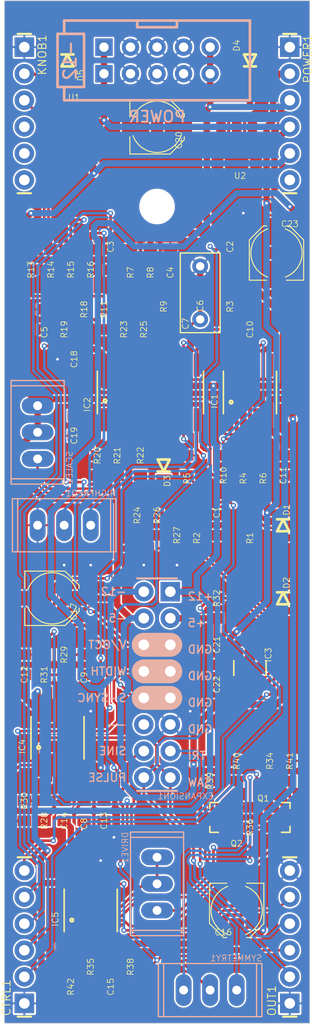
<source format=kicad_pcb>
(kicad_pcb (version 20171130) (host pcbnew "(5.1.6-0-10_14)")
  (layers (0 Top signal) (31 Bottom signal) (34 B.Paste user) (35 F.Paste user) (36 B.SilkS user) (37 F.SilkS user) (38 B.Mask user) (39 F.Mask user) (44 Edge.Cuts user))
  (net 0 "")
  (net 1 GND)
  (net 2 +12V)
  (net 3 LINEARFM)
  (net 4 V/OCT)
  (net 5 -5V)
  (net 6 +5V)
  (net 7 PITCH-COURSE)
  (net 8 VCO-PULSE)
  (net 9 VCO-TRI)
  (net 10 VCO-SAW)
  (net 11 PITCH-FINE)
  (net 12 SOFT-SYNC)
  (net 13 PULSE-WIDTH)
  (net 14 -12V)
  (net 15 PULSE-OUT)
  (net 16 SAW-OUT)
  (net 17 TRI-OUT)
  (net 18 V/OCT-EXT)
  (net 19 SIN-OUT)
  (net 20 SYNC)
  (net 21 "Net-(C1-Pad2)")
  (net 22 "Net-(C2-Pad2)")
  (net 23 "Net-(C3-Pad2)")
  (net 24 "Net-(C4-Pad1)")
  (net 25 "Net-(C5-Pad1)")
  (net 26 "Net-(C6-Pad1)")
  (net 27 "Net-(C8-Pad2)")
  (net 28 "Net-(C9-Pad2)")
  (net 29 /POWER/PULSE-WIDTH-NORM)
  (net 30 "Net-(D1-PadA)")
  (net 31 "Net-(D3-PadK)")
  (net 32 /OSCILLATOR/HARD_SYNC_IN)
  (net 33 "Net-(DRIVE1-PadB)")
  (net 34 "Net-(DRIVE1-PadA)")
  (net 35 /POWER/*RESERVED*)
  (net 36 "Net-(HIGHFREQ1-PadW)")
  (net 37 "Net-(HIGHFREQ1-PadA)")
  (net 38 "Net-(IC1-Pad2)")
  (net 39 "Net-(IC1-Pad3)")
  (net 40 /OSCILLATOR/FREQ)
  (net 41 "Net-(IC2-Pad14)")
  (net 42 "Net-(IC2-Pad13)")
  (net 43 /OSCILLATOR/SOFT_SYNC_IN)
  (net 44 "Net-(IC2-Pad5)")
  (net 45 "Net-(IC2-Pad4)")
  (net 46 "Net-(IC2-Pad2)")
  (net 47 "Net-(IC2-Pad1)")
  (net 48 "Net-(IC4-Pad6)")
  (net 49 "Net-(IC4-Pad2)")
  (net 50 "Net-(IC5-Pad3)")
  (net 51 "Net-(IC5-Pad2)")
  (net 52 "Net-(KNOB1-Pad6)")
  (net 53 "Net-(KNOB1-Pad5)")
  (net 54 "Net-(KNOB1-Pad4)")
  (net 55 "Net-(POWER1-Pad6)")
  (net 56 "Net-(Q1-Pad2)")
  (net 57 "Net-(Q2-Pad1)")
  (net 58 "Net-(Q2-Pad2)")
  (net 59 "Net-(R20-PadP$2)")
  (net 60 "Net-(R22-PadP$2)")
  (net 61 "Net-(R38-PadP$2)")
  (module VCO3340:SOT89 (layer Top) (at 156.1211 68.1736 180)
    (fp_text reference U2 (at -0.9525 -5.0165 180) (layer F.SilkS) (effects (font (size 0.57912 0.57912) (thickness 0.069494)) (justify right bottom)))
    (fp_text value MC78L05A hide)
    (pad 2B smd rect (at 0 -3 270) (size 2.6 2.23) (layers Top F.Paste F.Mask) (net 1 GND))
    (pad 3 smd rect (at 1.5 0 270) (size 2 0.9) (layers Top F.Paste F.Mask) (net 2 +12V))
    (pad 2 smd rect (at 0 0 270) (size 2 0.9) (layers Top F.Paste F.Mask) (net 1 GND))
    (pad 1 smd rect (at -1.5 0 270) (size 2 0.9) (layers Top F.Paste F.Mask) (net 6 +5V))
  )
  (module VCO3340:SOT89 (layer Top) (at 140.8811 70.7136)
    (fp_text reference U1 (at -0.9525 -5.0165 -180) (layer F.SilkS) (effects (font (size 0.57912 0.57912) (thickness 0.069494)) (justify left bottom)))
    (fp_text value LM79L05A hide)
    (pad 2B smd rect (at 0 -3 90) (size 2.6 2.23) (layers Top F.Paste F.Mask) (net 14 -12V))
    (pad 3 smd rect (at 1.5 0 90) (size 2 0.9) (layers Top F.Paste F.Mask) (net 5 -5V))
    (pad 2 smd rect (at 0 0 90) (size 2 0.9) (layers Top F.Paste F.Mask) (net 14 -12V))
    (pad 1 smd rect (at -1.5 0 90) (size 2 0.9) (layers Top F.Paste F.Mask) (net 1 GND))
  )
  (module VCO3340:POT-TRIM-MULTI-V (layer Bottom) (at 153.5811 150.7236 180)
    (fp_text reference SYMMETRY1 (at -5.0165 3.048) (layer B.SilkS) (effects (font (size 0.57912 0.57912) (thickness 0.073152)) (justify left mirror)))
    (fp_text value 50K)
    (pad B thru_hole oval (at 2.54 0 90) (size 3.048 1.524) (drill 0.85) (layers *.Cu *.Mask) (net 58 "Net-(Q2-Pad2)"))
    (pad W thru_hole oval (at 0 0 90) (size 3.048 1.524) (drill 0.85) (layers *.Cu *.Mask) (net 61 "Net-(R38-PadP$2)"))
    (pad A thru_hole oval (at -2.54 0 90) (size 3.048 1.524) (drill 0.85) (layers *.Cu *.Mask) (net 56 "Net-(Q1-Pad2)"))
  )
  (module VCO3340:POT-TRIM-MULTI-V (layer Bottom) (at 137.0711 97.3836 90)
    (fp_text reference SCALE1 (at -5.0165 3.048 90) (layer B.SilkS) (effects (font (size 0.57912 0.57912) (thickness 0.073152)) (justify right mirror)))
    (fp_text value 10K)
    (pad B thru_hole oval (at 2.54 0) (size 3.048 1.524) (drill 0.85) (layers *.Cu *.Mask) (net 5 -5V))
    (pad W thru_hole oval (at 0 0) (size 3.048 1.524) (drill 0.85) (layers *.Cu *.Mask) (net 5 -5V))
    (pad A thru_hole oval (at -2.54 0) (size 3.048 1.524) (drill 0.85) (layers *.Cu *.Mask) (net 59 "Net-(R20-PadP$2)"))
  )
  (module VCO3340:R-0805-MILL (layer Top) (at 140.2461 149.4536 90)
    (fp_text reference R42 (at -1.8415 0 90) (layer F.SilkS) (effects (font (size 0.57912 0.57912) (thickness 0.069494)) (justify left)))
    (fp_text value 10K)
    (pad P$2 smd rect (at 0.9652 0 180) (size 1.27 1.016) (layers Top F.Paste F.Mask) (net 51 "Net-(IC5-Pad2)"))
    (pad P$1 smd rect (at -0.9652 0 180) (size 1.27 1.016) (layers Top F.Paste F.Mask) (net 19 SIN-OUT))
  )
  (module VCO3340:R-0805-MILL (layer Top) (at 161.2011 129.7686 270)
    (fp_text reference R41 (at -1.8415 0 90) (layer F.SilkS) (effects (font (size 0.57912 0.57912) (thickness 0.069494)) (justify right)))
    (fp_text value 10K)
    (pad P$2 smd rect (at 0.9652 0) (size 1.27 1.016) (layers Top F.Paste F.Mask) (net 50 "Net-(IC5-Pad3)"))
    (pad P$1 smd rect (at -0.9652 0) (size 1.27 1.016) (layers Top F.Paste F.Mask) (net 1 GND))
  )
  (module VCO3340:R-0805-MILL (layer Top) (at 156.1211 129.7686 270)
    (fp_text reference R40 (at -1.8415 0 90) (layer F.SilkS) (effects (font (size 0.57912 0.57912) (thickness 0.069494)) (justify right)))
    (fp_text value 2K2)
    (pad P$2 smd rect (at 0.9652 0) (size 1.27 1.016) (layers Top F.Paste F.Mask) (net 57 "Net-(Q2-Pad1)"))
    (pad P$1 smd rect (at -0.9652 0) (size 1.27 1.016) (layers Top F.Paste F.Mask) (net 1 GND))
  )
  (module VCO3340:R-0805-MILL (layer Top) (at 153.5811 129.7686 90)
    (fp_text reference R39 (at -1.8415 0 90) (layer F.SilkS) (effects (font (size 0.57912 0.57912) (thickness 0.069494)) (justify left)))
    (fp_text value 10K)
    (pad P$2 smd rect (at 0.9652 0 180) (size 1.27 1.016) (layers Top F.Paste F.Mask) (net 2 +12V))
    (pad P$1 smd rect (at -0.9652 0 180) (size 1.27 1.016) (layers Top F.Paste F.Mask) (net 51 "Net-(IC5-Pad2)"))
  )
  (module VCO3340:R-0805-MILL (layer Top) (at 145.9611 149.4536 270)
    (fp_text reference R38 (at -1.8415 0 90) (layer F.SilkS) (effects (font (size 0.57912 0.57912) (thickness 0.069494)) (justify right)))
    (fp_text value 10K)
    (pad P$2 smd rect (at 0.9652 0) (size 1.27 1.016) (layers Top F.Paste F.Mask) (net 61 "Net-(R38-PadP$2)"))
    (pad P$1 smd rect (at -0.9652 0) (size 1.27 1.016) (layers Top F.Paste F.Mask) (net 14 -12V))
  )
  (module VCO3340:R-0805-MILL (layer Top) (at 157.3911 134.2136 90)
    (fp_text reference R36 (at -1.8415 0 90) (layer F.SilkS) (effects (font (size 0.57912 0.57912) (thickness 0.069494)) (justify left)))
    (fp_text value 390R)
    (pad P$2 smd rect (at 0.9652 0 180) (size 1.27 1.016) (layers Top F.Paste F.Mask) (net 58 "Net-(Q2-Pad2)"))
    (pad P$1 smd rect (at -0.9652 0 180) (size 1.27 1.016) (layers Top F.Paste F.Mask) (net 56 "Net-(Q1-Pad2)"))
  )
  (module VCO3340:R-0805-MILL (layer Top) (at 142.1511 149.4536 270)
    (fp_text reference R35 (at -1.8415 0 90) (layer F.SilkS) (effects (font (size 0.57912 0.57912) (thickness 0.069494)) (justify right)))
    (fp_text value 10K)
    (pad P$2 smd rect (at 0.9652 0) (size 1.27 1.016) (layers Top F.Paste F.Mask) (net 2 +12V))
    (pad P$1 smd rect (at -0.9652 0) (size 1.27 1.016) (layers Top F.Paste F.Mask) (net 50 "Net-(IC5-Pad3)"))
  )
  (module VCO3340:R-0805-MILL (layer Top) (at 159.2961 129.7686 270)
    (fp_text reference R34 (at -1.8415 0 90) (layer F.SilkS) (effects (font (size 0.57912 0.57912) (thickness 0.069494)) (justify right)))
    (fp_text value 2K2)
    (pad P$2 smd rect (at 0.9652 0) (size 1.27 1.016) (layers Top F.Paste F.Mask) (net 33 "Net-(DRIVE1-PadB)"))
    (pad P$1 smd rect (at -0.9652 0) (size 1.27 1.016) (layers Top F.Paste F.Mask) (net 1 GND))
  )
  (module VCO3340:R-0805-MILL (layer Top) (at 154.2161 114.2111 270)
    (fp_text reference R32 (at -1.8415 0 90) (layer F.SilkS) (effects (font (size 0.57912 0.57912) (thickness 0.069494)) (justify right)))
    (fp_text value 1K)
    (pad P$2 smd rect (at 0.9652 0) (size 1.27 1.016) (layers Top F.Paste F.Mask) (net 6 +5V))
    (pad P$1 smd rect (at -0.9652 0) (size 1.27 1.016) (layers Top F.Paste F.Mask) (net 15 PULSE-OUT))
  )
  (module VCO3340:R-0805-MILL (layer Top) (at 137.7061 119.6086 90)
    (fp_text reference R31 (at -1.8415 0 90) (layer F.SilkS) (effects (font (size 0.57912 0.57912) (thickness 0.069494)) (justify left)))
    (fp_text value 200K)
    (pad P$2 smd rect (at 0.9652 0 180) (size 1.27 1.016) (layers Top F.Paste F.Mask) (net 17 TRI-OUT))
    (pad P$1 smd rect (at -0.9652 0 180) (size 1.27 1.016) (layers Top F.Paste F.Mask) (net 48 "Net-(IC4-Pad6)"))
  )
  (module VCO3340:R-0805-MILL (layer Top) (at 135.8011 133.5786 270)
    (fp_text reference R30 (at -1.8415 0 90) (layer F.SilkS) (effects (font (size 0.57912 0.57912) (thickness 0.069494)) (justify right)))
    (fp_text value 100K)
    (pad P$2 smd rect (at 0.9652 0) (size 1.27 1.016) (layers Top F.Paste F.Mask) (net 16 SAW-OUT))
    (pad P$1 smd rect (at -0.9652 0) (size 1.27 1.016) (layers Top F.Paste F.Mask) (net 49 "Net-(IC4-Pad2)"))
  )
  (module VCO3340:R-0805-MILL (layer Top) (at 139.6111 119.6086 270)
    (fp_text reference R29 (at -1.8415 0 90) (layer F.SilkS) (effects (font (size 0.57912 0.57912) (thickness 0.069494)) (justify right)))
    (fp_text value 80K)
    (pad P$2 smd rect (at 0.9652 0) (size 1.27 1.016) (layers Top F.Paste F.Mask) (net 48 "Net-(IC4-Pad6)"))
    (pad P$1 smd rect (at -0.9652 0) (size 1.27 1.016) (layers Top F.Paste F.Mask) (net 28 "Net-(C9-Pad2)"))
  )
  (module VCO3340:R-0805-MILL (layer Top) (at 137.7061 133.5786 90)
    (fp_text reference R28 (at -1.8415 0 90) (layer F.SilkS) (effects (font (size 0.57912 0.57912) (thickness 0.069494)) (justify left)))
    (fp_text value 80K)
    (pad P$2 smd rect (at 0.9652 0 180) (size 1.27 1.016) (layers Top F.Paste F.Mask) (net 49 "Net-(IC4-Pad2)"))
    (pad P$1 smd rect (at -0.9652 0 180) (size 1.27 1.016) (layers Top F.Paste F.Mask) (net 27 "Net-(C8-Pad2)"))
  )
  (module VCO3340:R-0805-MILL (layer Top) (at 150.4061 106.2736 90)
    (fp_text reference R27 (at -1.8415 0 90) (layer F.SilkS) (effects (font (size 0.57912 0.57912) (thickness 0.069494)) (justify left)))
    (fp_text value 10K)
    (pad P$2 smd rect (at 0.9652 0 180) (size 1.27 1.016) (layers Top F.Paste F.Mask) (net 1 GND))
    (pad P$1 smd rect (at -0.9652 0 180) (size 1.27 1.016) (layers Top F.Paste F.Mask) (net 8 VCO-PULSE))
  )
  (module VCO3340:R-0805-MILL (layer Top) (at 148.5011 106.2736 270)
    (fp_text reference R26 (at -1.8415 0 90) (layer F.SilkS) (effects (font (size 0.57912 0.57912) (thickness 0.069494)) (justify right)))
    (fp_text value 200K)
    (pad P$2 smd rect (at 0.9652 0) (size 1.27 1.016) (layers Top F.Paste F.Mask) (net 8 VCO-PULSE))
    (pad P$1 smd rect (at -0.9652 0) (size 1.27 1.016) (layers Top F.Paste F.Mask) (net 60 "Net-(R22-PadP$2)"))
  )
  (module VCO3340:R-0805-MILL (layer Top) (at 147.2311 86.5886 90)
    (fp_text reference R25 (at -1.8415 0 90) (layer F.SilkS) (effects (font (size 0.57912 0.57912) (thickness 0.069494)) (justify left)))
    (fp_text value 3K6)
    (pad P$2 smd rect (at 0.9652 0 180) (size 1.27 1.016) (layers Top F.Paste F.Mask) (net 1 GND))
    (pad P$1 smd rect (at -0.9652 0 180) (size 1.27 1.016) (layers Top F.Paste F.Mask) (net 41 "Net-(IC2-Pad14)"))
  )
  (module VCO3340:R-0805-MILL (layer Top) (at 146.5961 106.2736 270)
    (fp_text reference R24 (at -1.8415 0 90) (layer F.SilkS) (effects (font (size 0.57912 0.57912) (thickness 0.069494)) (justify right)))
    (fp_text value 100K)
    (pad P$2 smd rect (at 0.9652 0) (size 1.27 1.016) (layers Top F.Paste F.Mask) (net 5 -5V))
    (pad P$1 smd rect (at -0.9652 0) (size 1.27 1.016) (layers Top F.Paste F.Mask) (net 60 "Net-(R22-PadP$2)"))
  )
  (module VCO3340:R-0805-MILL (layer Top) (at 145.3261 86.5886 90)
    (fp_text reference R23 (at -1.8415 0 90) (layer F.SilkS) (effects (font (size 0.57912 0.57912) (thickness 0.069494)) (justify left)))
    (fp_text value 3K6)
    (pad P$2 smd rect (at 0.9652 0 180) (size 1.27 1.016) (layers Top F.Paste F.Mask) (net 1 GND))
    (pad P$1 smd rect (at -0.9652 0 180) (size 1.27 1.016) (layers Top F.Paste F.Mask) (net 41 "Net-(IC2-Pad14)"))
  )
  (module VCO3340:R-0805-MILL (layer Top) (at 146.9136 100.5586 270)
    (fp_text reference R22 (at -1.8415 0 90) (layer F.SilkS) (effects (font (size 0.57912 0.57912) (thickness 0.069494)) (justify right)))
    (fp_text value 100R)
    (pad P$2 smd rect (at 0.9652 0) (size 1.27 1.016) (layers Top F.Paste F.Mask) (net 60 "Net-(R22-PadP$2)"))
    (pad P$1 smd rect (at -0.9652 0) (size 1.27 1.016) (layers Top F.Paste F.Mask) (net 45 "Net-(IC2-Pad4)"))
  )
  (module VCO3340:R-0805-MILL (layer Top) (at 144.6911 100.5586 270)
    (fp_text reference R21 (at -1.8415 0 90) (layer F.SilkS) (effects (font (size 0.57912 0.57912) (thickness 0.069494)) (justify right)))
    (fp_text value 5K6)
    (pad P$2 smd rect (at 0.9652 0) (size 1.27 1.016) (layers Top F.Paste F.Mask) (net 5 -5V))
    (pad P$1 smd rect (at -0.9652 0) (size 1.27 1.016) (layers Top F.Paste F.Mask) (net 46 "Net-(IC2-Pad2)"))
  )
  (module VCO3340:R-0805-MILL (layer Top) (at 142.7861 100.5586 270)
    (fp_text reference R20 (at -1.8415 0 90) (layer F.SilkS) (effects (font (size 0.57912 0.57912) (thickness 0.069494)) (justify right)))
    (fp_text value 24K)
    (pad P$2 smd rect (at 0.9652 0) (size 1.27 1.016) (layers Top F.Paste F.Mask) (net 59 "Net-(R20-PadP$2)"))
    (pad P$1 smd rect (at -0.9652 0) (size 1.27 1.016) (layers Top F.Paste F.Mask) (net 47 "Net-(IC2-Pad1)"))
  )
  (module VCO3340:R-0805-MILL (layer Top) (at 139.6111 86.5886 90)
    (fp_text reference R19 (at -1.8415 0 90) (layer F.SilkS) (effects (font (size 0.57912 0.57912) (thickness 0.069494)) (justify left)))
    (fp_text value 470R)
    (pad P$2 smd rect (at 0.9652 0 180) (size 1.27 1.016) (layers Top F.Paste F.Mask) (net 40 /OSCILLATOR/FREQ))
    (pad P$1 smd rect (at -0.9652 0 180) (size 1.27 1.016) (layers Top F.Paste F.Mask) (net 25 "Net-(C5-Pad1)"))
  )
  (module VCO3340:R-0805-MILL (layer Top) (at 141.5161 86.5886 270)
    (fp_text reference R18 (at -1.8415 0 90) (layer F.SilkS) (effects (font (size 0.57912 0.57912) (thickness 0.069494)) (justify right)))
    (fp_text value 200K)
    (pad P$2 smd rect (at 0.9652 0) (size 1.27 1.016) (layers Top F.Paste F.Mask) (net 2 +12V))
    (pad P$1 smd rect (at -0.9652 0) (size 1.27 1.016) (layers Top F.Paste F.Mask) (net 40 /OSCILLATOR/FREQ))
  )
  (module VCO3340:R-0805-MILL (layer Top) (at 142.1511 80.8736 90)
    (fp_text reference R16 (at -1.8415 0 90) (layer F.SilkS) (effects (font (size 0.57912 0.57912) (thickness 0.069494)) (justify left)))
    (fp_text value 100K)
    (pad P$2 smd rect (at 0.9652 0 180) (size 1.27 1.016) (layers Top F.Paste F.Mask) (net 18 V/OCT-EXT))
    (pad P$1 smd rect (at -0.9652 0 180) (size 1.27 1.016) (layers Top F.Paste F.Mask) (net 40 /OSCILLATOR/FREQ))
  )
  (module VCO3340:R-0805-MILL (layer Top) (at 140.2461 80.8736 90)
    (fp_text reference R15 (at -1.8415 0 90) (layer F.SilkS) (effects (font (size 0.57912 0.57912) (thickness 0.069494)) (justify left)))
    (fp_text value 100K)
    (pad P$2 smd rect (at 0.9652 0 180) (size 1.27 1.016) (layers Top F.Paste F.Mask) (net 4 V/OCT))
    (pad P$1 smd rect (at -0.9652 0 180) (size 1.27 1.016) (layers Top F.Paste F.Mask) (net 40 /OSCILLATOR/FREQ))
  )
  (module VCO3340:R-0805-MILL (layer Top) (at 138.3411 80.8736 90)
    (fp_text reference R14 (at -1.8415 0 90) (layer F.SilkS) (effects (font (size 0.57912 0.57912) (thickness 0.069494)) (justify left)))
    (fp_text value 200K)
    (pad P$2 smd rect (at 0.9652 0 180) (size 1.27 1.016) (layers Top F.Paste F.Mask) (net 7 PITCH-COURSE))
    (pad P$1 smd rect (at -0.9652 0 180) (size 1.27 1.016) (layers Top F.Paste F.Mask) (net 40 /OSCILLATOR/FREQ))
  )
  (module VCO3340:R-0805-MILL (layer Top) (at 136.4361 80.8736 90)
    (fp_text reference R13 (at -1.8415 0 90) (layer F.SilkS) (effects (font (size 0.57912 0.57912) (thickness 0.069494)) (justify left)))
    (fp_text value 1M)
    (pad P$2 smd rect (at 0.9652 0 180) (size 1.27 1.016) (layers Top F.Paste F.Mask) (net 11 PITCH-FINE))
    (pad P$1 smd rect (at -0.9652 0 180) (size 1.27 1.016) (layers Top F.Paste F.Mask) (net 40 /OSCILLATOR/FREQ))
  )
  (module VCO3340:R-0805-MILL (layer Top) (at 143.4211 86.5886 270)
    (fp_text reference R11 (at -1.8415 0 90) (layer F.SilkS) (effects (font (size 0.57912 0.57912) (thickness 0.069494)) (justify right)))
    (fp_text value 1M)
    (pad P$2 smd rect (at 0.9652 0) (size 1.27 1.016) (layers Top F.Paste F.Mask) (net 36 "Net-(HIGHFREQ1-PadW)"))
    (pad P$1 smd rect (at -0.9652 0) (size 1.27 1.016) (layers Top F.Paste F.Mask) (net 40 /OSCILLATOR/FREQ))
  )
  (module VCO3340:R-0805-MILL (layer Top) (at 154.8511 100.5586 90)
    (fp_text reference R10 (at -1.8415 0 90) (layer F.SilkS) (effects (font (size 0.57912 0.57912) (thickness 0.069494)) (justify left)))
    (fp_text value 10K)
    (pad P$2 smd rect (at 0.9652 0 180) (size 1.27 1.016) (layers Top F.Paste F.Mask) (net 38 "Net-(IC1-Pad2)"))
    (pad P$1 smd rect (at -0.9652 0 180) (size 1.27 1.016) (layers Top F.Paste F.Mask) (net 44 "Net-(IC2-Pad5)"))
  )
  (module VCO3340:R-0805-MILL (layer Top) (at 149.1361 86.5886 270)
    (fp_text reference R9 (at -1.8415 0 90) (layer F.SilkS) (effects (font (size 0.57912 0.57912) (thickness 0.069494)) (justify right)))
    (fp_text value 470R)
    (pad P$2 smd rect (at 0.9652 0) (size 1.27 1.016) (layers Top F.Paste F.Mask) (net 42 "Net-(IC2-Pad13)"))
    (pad P$1 smd rect (at -0.9652 0) (size 1.27 1.016) (layers Top F.Paste F.Mask) (net 24 "Net-(C4-Pad1)"))
  )
  (module VCO3340:R-0805-MILL (layer Top) (at 147.8661 80.8736 90)
    (fp_text reference R8 (at -1.8415 0 90) (layer F.SilkS) (effects (font (size 0.57912 0.57912) (thickness 0.069494)) (justify left)))
    (fp_text value 1M5)
    (pad P$2 smd rect (at 0.9652 0 180) (size 1.27 1.016) (layers Top F.Paste F.Mask) (net 2 +12V))
    (pad P$1 smd rect (at -0.9652 0 180) (size 1.27 1.016) (layers Top F.Paste F.Mask) (net 42 "Net-(IC2-Pad13)"))
  )
  (module VCO3340:R-0805-MILL (layer Top) (at 145.9611 80.8736 90)
    (fp_text reference R7 (at -1.8415 0 90) (layer F.SilkS) (effects (font (size 0.57912 0.57912) (thickness 0.069494)) (justify left)))
    (fp_text value 1M)
    (pad P$2 smd rect (at 0.9652 0 180) (size 1.27 1.016) (layers Top F.Paste F.Mask) (net 23 "Net-(C3-Pad2)"))
    (pad P$1 smd rect (at -0.9652 0 180) (size 1.27 1.016) (layers Top F.Paste F.Mask) (net 42 "Net-(IC2-Pad13)"))
  )
  (module VCO3340:R-0805-MILL (layer Top) (at 158.6611 100.5586 90)
    (fp_text reference R6 (at -1.8415 0 90) (layer F.SilkS) (effects (font (size 0.57912 0.57912) (thickness 0.069494)) (justify left)))
    (fp_text value 150K)
    (pad P$2 smd rect (at 0.9652 0 180) (size 1.27 1.016) (layers Top F.Paste F.Mask) (net 39 "Net-(IC1-Pad3)"))
    (pad P$1 smd rect (at -0.9652 0 180) (size 1.27 1.016) (layers Top F.Paste F.Mask) (net 6 +5V))
  )
  (module VCO3340:R-0805-MILL (layer Top) (at 151.3586 100.5586 90)
    (fp_text reference R5 (at -1.8415 0 90) (layer F.SilkS) (effects (font (size 0.57912 0.57912) (thickness 0.069494)) (justify left)))
    (fp_text value 10K)
    (pad P$2 smd rect (at 0.9652 0 180) (size 1.27 1.016) (layers Top F.Paste F.Mask) (net 1 GND))
    (pad P$1 smd rect (at -0.9652 0 180) (size 1.27 1.016) (layers Top F.Paste F.Mask) (net 31 "Net-(D3-PadK)"))
  )
  (module VCO3340:R-0805-MILL (layer Top) (at 156.7561 100.5586 90)
    (fp_text reference R4 (at -1.8415 0 90) (layer F.SilkS) (effects (font (size 0.57912 0.57912) (thickness 0.069494)) (justify left)))
    (fp_text value 100K)
    (pad P$2 smd rect (at 0.9652 0 180) (size 1.27 1.016) (layers Top F.Paste F.Mask) (net 39 "Net-(IC1-Pad3)"))
    (pad P$1 smd rect (at -0.9652 0 180) (size 1.27 1.016) (layers Top F.Paste F.Mask) (net 30 "Net-(D1-PadA)"))
  )
  (module VCO3340:R-0805-MILL (layer Top) (at 155.4861 86.5886 270)
    (fp_text reference R3 (at -1.8415 0 90) (layer F.SilkS) (effects (font (size 0.57912 0.57912) (thickness 0.069494)) (justify right)))
    (fp_text value 47K)
    (pad P$2 smd rect (at 0.9652 0) (size 1.27 1.016) (layers Top F.Paste F.Mask) (net 43 /OSCILLATOR/SOFT_SYNC_IN))
    (pad P$1 smd rect (at -0.9652 0) (size 1.27 1.016) (layers Top F.Paste F.Mask) (net 22 "Net-(C2-Pad2)"))
  )
  (module VCO3340:R-0805-MILL (layer Top) (at 152.3111 106.2736 90)
    (fp_text reference R2 (at -1.8415 0 90) (layer F.SilkS) (effects (font (size 0.57912 0.57912) (thickness 0.069494)) (justify left)))
    (fp_text value 5.6K)
    (pad P$2 smd rect (at 0.9652 0 180) (size 1.27 1.016) (layers Top F.Paste F.Mask) (net 31 "Net-(D3-PadK)"))
    (pad P$1 smd rect (at -0.9652 0 180) (size 1.27 1.016) (layers Top F.Paste F.Mask) (net 21 "Net-(C1-Pad2)"))
  )
  (module VCO3340:R-0805-MILL (layer Top) (at 157.3911 106.2736 90)
    (fp_text reference R1 (at -1.8415 0 90) (layer F.SilkS) (effects (font (size 0.57912 0.57912) (thickness 0.069494)) (justify left)))
    (fp_text value 100R)
    (pad P$2 smd rect (at 0.9652 0 180) (size 1.27 1.016) (layers Top F.Paste F.Mask) (net 30 "Net-(D1-PadA)"))
    (pad P$1 smd rect (at -0.9652 0 180) (size 1.27 1.016) (layers Top F.Paste F.Mask) (net 13 PULSE-WIDTH))
  )
  (module VCO3340:SOT23 (layer Top) (at 154.2161 134.2136 90)
    (fp_text reference Q2 (at -2.159 1.27) (layer F.SilkS) (effects (font (size 0.57912 0.57912) (thickness 0.073152)) (justify left top)))
    (fp_text value 3904)
    (pad 1 smd rect (at -0.95 1.1 90) (size 1 1.4) (layers Top F.Paste F.Mask) (net 57 "Net-(Q2-Pad1)"))
    (pad 2 smd rect (at 0.95 1.1 90) (size 1 1.4) (layers Top F.Paste F.Mask) (net 58 "Net-(Q2-Pad2)"))
    (pad 3 smd rect (at 0 -1.1 90) (size 1 1.4) (layers Top F.Paste F.Mask) (net 51 "Net-(IC5-Pad2)"))
  )
  (module VCO3340:SOT23 (layer Top) (at 160.5661 134.2136 270)
    (fp_text reference Q1 (at -2.159 1.27) (layer F.SilkS) (effects (font (size 0.57912 0.57912) (thickness 0.073152)) (justify right top)))
    (fp_text value 3904)
    (pad 1 smd rect (at -0.95 1.1 270) (size 1 1.4) (layers Top F.Paste F.Mask) (net 33 "Net-(DRIVE1-PadB)"))
    (pad 2 smd rect (at 0.95 1.1 270) (size 1 1.4) (layers Top F.Paste F.Mask) (net 56 "Net-(Q1-Pad2)"))
    (pad 3 smd rect (at 0 -1.1 270) (size 1 1.4) (layers Top F.Paste F.Mask) (net 50 "Net-(IC5-Pad3)"))
  )
  (module VCO3340:M06 (layer Top) (at 161.2011 60.5536 270)
    (fp_text reference POWER1 (at -1.27 -1.7145 270) (layer F.SilkS) (effects (font (size 0.77216 0.77216) (thickness 0.092659)) (justify right)))
    (fp_text value M06 hide)
    (pad 6 thru_hole circle (at 12.7 0 270) (size 1.8796 1.8796) (drill 1.016) (layers *.Cu *.Mask) (net 55 "Net-(POWER1-Pad6)"))
    (pad 5 thru_hole circle (at 10.16 0 270) (size 1.8796 1.8796) (drill 1.016) (layers *.Cu *.Mask) (net 5 -5V))
    (pad 4 thru_hole circle (at 7.62 0 270) (size 1.8796 1.8796) (drill 1.016) (layers *.Cu *.Mask) (net 14 -12V))
    (pad 3 thru_hole circle (at 5.08 0 270) (size 1.8796 1.8796) (drill 1.016) (layers *.Cu *.Mask) (net 2 +12V))
    (pad 2 thru_hole circle (at 2.54 0 270) (size 1.8796 1.8796) (drill 1.016) (layers *.Cu *.Mask) (net 6 +5V))
    (pad 1 thru_hole rect (at 0 0 270) (size 1.8796 1.8796) (drill 1.016) (layers *.Cu *.Mask) (net 1 GND))
  )
  (module VCO3340:POWER_10_SHROUDED (layer Bottom) (at 148.5011 61.8236)
    (fp_text reference P1 hide)
    (fp_text value POWER_SIMPLE10_SHROUDED hide)
    (fp_text user -12 (at -7.62 0 -90) (layer B.SilkS) (effects (font (size 1.2065 1.2065) (thickness 0.2032)) (justify bottom mirror)))
    (pad 10 thru_hole circle (at 5.08 1.27) (size 1.6764 1.6764) (drill 0.9) (layers *.Cu *.Mask) (net 2 +12V))
    (pad 9 thru_hole circle (at 5.08 -1.27) (size 1.6764 1.6764) (drill 0.9) (layers *.Cu *.Mask) (net 2 +12V))
    (pad 8 thru_hole circle (at 2.54 1.27) (size 1.6764 1.6764) (drill 0.9) (layers *.Cu *.Mask) (net 1 GND))
    (pad 7 thru_hole circle (at 2.54 -1.27) (size 1.6764 1.6764) (drill 0.9) (layers *.Cu *.Mask) (net 1 GND))
    (pad 6 thru_hole circle (at 0 1.27) (size 1.6764 1.6764) (drill 0.9) (layers *.Cu *.Mask) (net 1 GND))
    (pad 5 thru_hole circle (at 0 -1.27) (size 1.6764 1.6764) (drill 0.9) (layers *.Cu *.Mask) (net 1 GND))
    (pad 4 thru_hole circle (at -2.54 1.27) (size 1.6764 1.6764) (drill 0.9) (layers *.Cu *.Mask) (net 1 GND))
    (pad 3 thru_hole circle (at -2.54 -1.27) (size 1.6764 1.6764) (drill 0.9) (layers *.Cu *.Mask) (net 1 GND))
    (pad 2 thru_hole rect (at -5.08 1.27) (size 1.6764 1.6764) (drill 0.9) (layers *.Cu *.Mask) (net 14 -12V))
    (pad 1 thru_hole rect (at -5.08 -1.27) (size 1.6764 1.6764) (drill 0.9) (layers *.Cu *.Mask) (net 14 -12V))
  )
  (module VCO3340:M06 (layer Top) (at 161.2011 151.9936 90)
    (fp_text reference OUT1 (at -1.27 -1.7145 -90) (layer F.SilkS) (effects (font (size 0.77216 0.77216) (thickness 0.092659)) (justify left)))
    (fp_text value M06 hide)
    (pad 6 thru_hole circle (at 12.7 0 90) (size 1.8796 1.8796) (drill 1.016) (layers *.Cu *.Mask) (net 1 GND))
    (pad 5 thru_hole circle (at 10.16 0 90) (size 1.8796 1.8796) (drill 1.016) (layers *.Cu *.Mask) (net 17 TRI-OUT))
    (pad 4 thru_hole circle (at 7.62 0 90) (size 1.8796 1.8796) (drill 1.016) (layers *.Cu *.Mask) (net 16 SAW-OUT))
    (pad 3 thru_hole circle (at 5.08 0 90) (size 1.8796 1.8796) (drill 1.016) (layers *.Cu *.Mask) (net 19 SIN-OUT))
    (pad 2 thru_hole circle (at 2.54 0 90) (size 1.8796 1.8796) (drill 1.016) (layers *.Cu *.Mask) (net 15 PULSE-OUT))
    (pad 1 thru_hole rect (at 0 0 90) (size 1.8796 1.8796) (drill 1.016) (layers *.Cu *.Mask) (net 1 GND))
  )
  (module VCO3340:M06 (layer Top) (at 135.8011 60.5536 270)
    (fp_text reference KNOB1 (at -1.27 -1.7145 270) (layer F.SilkS) (effects (font (size 0.77216 0.77216) (thickness 0.092659)) (justify right)))
    (fp_text value M06 hide)
    (pad 6 thru_hole circle (at 12.7 0 270) (size 1.8796 1.8796) (drill 1.016) (layers *.Cu *.Mask) (net 52 "Net-(KNOB1-Pad6)"))
    (pad 5 thru_hole circle (at 10.16 0 270) (size 1.8796 1.8796) (drill 1.016) (layers *.Cu *.Mask) (net 53 "Net-(KNOB1-Pad5)"))
    (pad 4 thru_hole circle (at 7.62 0 270) (size 1.8796 1.8796) (drill 1.016) (layers *.Cu *.Mask) (net 54 "Net-(KNOB1-Pad4)"))
    (pad 3 thru_hole circle (at 5.08 0 270) (size 1.8796 1.8796) (drill 1.016) (layers *.Cu *.Mask) (net 11 PITCH-FINE))
    (pad 2 thru_hole circle (at 2.54 0 270) (size 1.8796 1.8796) (drill 1.016) (layers *.Cu *.Mask) (net 7 PITCH-COURSE))
    (pad 1 thru_hole rect (at 0 0 270) (size 1.8796 1.8796) (drill 1.016) (layers *.Cu *.Mask) (net 1 GND))
  )
  (module VCO3340:SO08 (layer Top) (at 142.1511 143.1036)
    (fp_text reference IC5 (at -3.048 1.5875 90) (layer F.SilkS) (effects (font (size 0.57912 0.57912) (thickness 0.069494)) (justify left bottom)))
    (fp_text value TL072)
    (pad 8 smd rect (at -1.905 -2.6162) (size 0.6096 2.2098) (layers Top F.Paste F.Mask) (net 2 +12V))
    (pad 7 smd rect (at -0.635 -2.6162) (size 0.6096 2.2098) (layers Top F.Paste F.Mask) (net 34 "Net-(DRIVE1-PadA)"))
    (pad 6 smd rect (at 0.635 -2.6162) (size 0.6096 2.2098) (layers Top F.Paste F.Mask) (net 34 "Net-(DRIVE1-PadA)"))
    (pad 5 smd rect (at 1.905 -2.6162) (size 0.6096 2.2098) (layers Top F.Paste F.Mask) (net 17 TRI-OUT))
    (pad 4 smd rect (at 1.905 2.6162) (size 0.6096 2.2098) (layers Top F.Paste F.Mask) (net 14 -12V))
    (pad 3 smd rect (at 0.635 2.6162) (size 0.6096 2.2098) (layers Top F.Paste F.Mask) (net 50 "Net-(IC5-Pad3)"))
    (pad 2 smd rect (at -0.635 2.6162) (size 0.6096 2.2098) (layers Top F.Paste F.Mask) (net 51 "Net-(IC5-Pad2)"))
    (pad 1 smd rect (at -1.905 2.6162) (size 0.6096 2.2098) (layers Top F.Paste F.Mask) (net 19 SIN-OUT))
  )
  (module VCO3340:SO08 (layer Top) (at 138.9761 126.5936)
    (fp_text reference IC4 (at -3.048 1.5875 90) (layer F.SilkS) (effects (font (size 0.57912 0.57912) (thickness 0.069494)) (justify left bottom)))
    (fp_text value TL072)
    (pad 8 smd rect (at -1.905 -2.6162) (size 0.6096 2.2098) (layers Top F.Paste F.Mask) (net 2 +12V))
    (pad 7 smd rect (at -0.635 -2.6162) (size 0.6096 2.2098) (layers Top F.Paste F.Mask) (net 17 TRI-OUT))
    (pad 6 smd rect (at 0.635 -2.6162) (size 0.6096 2.2098) (layers Top F.Paste F.Mask) (net 48 "Net-(IC4-Pad6)"))
    (pad 5 smd rect (at 1.905 -2.6162) (size 0.6096 2.2098) (layers Top F.Paste F.Mask) (net 1 GND))
    (pad 4 smd rect (at 1.905 2.6162) (size 0.6096 2.2098) (layers Top F.Paste F.Mask) (net 14 -12V))
    (pad 3 smd rect (at 0.635 2.6162) (size 0.6096 2.2098) (layers Top F.Paste F.Mask) (net 1 GND))
    (pad 2 smd rect (at -0.635 2.6162) (size 0.6096 2.2098) (layers Top F.Paste F.Mask) (net 49 "Net-(IC4-Pad2)"))
    (pad 1 smd rect (at -1.905 2.6162) (size 0.6096 2.2098) (layers Top F.Paste F.Mask) (net 16 SAW-OUT))
  )
  (module VCO3340:SOT23-5 (layer Top) (at 157.3911 119.9261)
    (fp_text reference IC3 (at 2.0955 -0.508 90) (layer F.SilkS) (effects (font (size 0.57912 0.57912) (thickness 0.069494)) (justify left bottom)))
    (fp_text value LM397)
    (pad 3 smd rect (at 1.0262 1.306) (size 0.6 1.2) (layers Top F.Paste F.Mask) (net 8 VCO-PULSE))
    (pad 2 smd rect (at 0 1.306) (size 0.6 1.2) (layers Top F.Paste F.Mask) (net 5 -5V))
    (pad 1 smd rect (at -1.0262 1.306) (size 0.6 1.2) (layers Top F.Paste F.Mask) (net 1 GND))
    (pad 4 smd rect (at 0.95 -1.306) (size 0.6 1.2) (layers Top F.Paste F.Mask) (net 15 PULSE-OUT))
    (pad 5 smd rect (at -0.95 -1.306) (size 0.6 1.2) (layers Top F.Paste F.Mask) (net 6 +5V))
  )
  (module VCO3340:SO16 (layer Top) (at 147.8661 93.5736)
    (fp_text reference IC2 (at -5.715 1.905 90) (layer F.SilkS) (effects (font (size 0.57912 0.57912) (thickness 0.069494)) (justify left bottom)))
    (fp_text value V3340SO16)
    (pad 16 smd rect (at -4.445 -2.6162) (size 0.6096 2.2098) (layers Top F.Paste F.Mask) (net 2 +12V))
    (pad 15 smd rect (at -3.175 -2.6162) (size 0.6096 2.2098) (layers Top F.Paste F.Mask) (net 40 /OSCILLATOR/FREQ))
    (pad 14 smd rect (at -1.905 -2.6162) (size 0.6096 2.2098) (layers Top F.Paste F.Mask) (net 41 "Net-(IC2-Pad14)"))
    (pad 13 smd rect (at -0.635 -2.6162) (size 0.6096 2.2098) (layers Top F.Paste F.Mask) (net 42 "Net-(IC2-Pad13)"))
    (pad 12 smd rect (at 0.635 -2.6162 180) (size 0.6096 2.2098) (layers Top F.Paste F.Mask) (net 1 GND))
    (pad 11 smd rect (at 1.905 -2.6162 180) (size 0.6096 2.2098) (layers Top F.Paste F.Mask) (net 26 "Net-(C6-Pad1)"))
    (pad 10 smd rect (at 3.175 -2.6162 180) (size 0.6096 2.2098) (layers Top F.Paste F.Mask) (net 9 VCO-TRI))
    (pad 9 smd rect (at 4.445 -2.6162 180) (size 0.6096 2.2098) (layers Top F.Paste F.Mask) (net 43 /OSCILLATOR/SOFT_SYNC_IN))
    (pad 8 smd rect (at 4.445 2.6162 180) (size 0.6096 2.2098) (layers Top F.Paste F.Mask) (net 10 VCO-SAW))
    (pad 7 smd rect (at 3.175 2.6162 180) (size 0.6096 2.2098) (layers Top F.Paste F.Mask) (net 37 "Net-(HIGHFREQ1-PadA)"))
    (pad 6 smd rect (at 1.905 2.6162 180) (size 0.6096 2.2098) (layers Top F.Paste F.Mask) (net 32 /OSCILLATOR/HARD_SYNC_IN))
    (pad 5 smd rect (at 0.635 2.6162 180) (size 0.6096 2.2098) (layers Top F.Paste F.Mask) (net 44 "Net-(IC2-Pad5)"))
    (pad 4 smd rect (at -0.635 2.6162) (size 0.6096 2.2098) (layers Top F.Paste F.Mask) (net 45 "Net-(IC2-Pad4)"))
    (pad 3 smd rect (at -1.905 2.6162) (size 0.6096 2.2098) (layers Top F.Paste F.Mask) (net 5 -5V))
    (pad 2 smd rect (at -3.175 2.6162) (size 0.6096 2.2098) (layers Top F.Paste F.Mask) (net 46 "Net-(IC2-Pad2)"))
    (pad 1 smd rect (at -4.445 2.6162) (size 0.6096 2.2098) (layers Top F.Paste F.Mask) (net 47 "Net-(IC2-Pad1)"))
  )
  (module VCO3340:SO08 (layer Top) (at 157.3911 93.5736)
    (fp_text reference IC1 (at -3.048 1.5875 90) (layer F.SilkS) (effects (font (size 0.57912 0.57912) (thickness 0.069494)) (justify left bottom)))
    (fp_text value TL071)
    (pad 8 smd rect (at -1.905 -2.6162) (size 0.6096 2.2098) (layers Top F.Paste F.Mask))
    (pad 7 smd rect (at -0.635 -2.6162) (size 0.6096 2.2098) (layers Top F.Paste F.Mask) (net 2 +12V))
    (pad 6 smd rect (at 0.635 -2.6162) (size 0.6096 2.2098) (layers Top F.Paste F.Mask) (net 38 "Net-(IC1-Pad2)"))
    (pad 5 smd rect (at 1.905 -2.6162) (size 0.6096 2.2098) (layers Top F.Paste F.Mask))
    (pad 4 smd rect (at 1.905 2.6162) (size 0.6096 2.2098) (layers Top F.Paste F.Mask) (net 14 -12V))
    (pad 3 smd rect (at 0.635 2.6162) (size 0.6096 2.2098) (layers Top F.Paste F.Mask) (net 39 "Net-(IC1-Pad3)"))
    (pad 2 smd rect (at -0.635 2.6162) (size 0.6096 2.2098) (layers Top F.Paste F.Mask) (net 38 "Net-(IC1-Pad2)"))
    (pad 1 smd rect (at -1.905 2.6162) (size 0.6096 2.2098) (layers Top F.Paste F.Mask))
  )
  (module VCO3340:POT-TRIM-MULTI-V (layer Bottom) (at 139.6111 106.2736 180)
    (fp_text reference HIGHFREQ1 (at -5.0165 3.048) (layer B.SilkS) (effects (font (size 0.57912 0.57912) (thickness 0.073152)) (justify left mirror)))
    (fp_text value 20K)
    (pad B thru_hole oval (at 2.54 0 90) (size 3.048 1.524) (drill 0.85) (layers *.Cu *.Mask) (net 1 GND))
    (pad W thru_hole oval (at 0 0 90) (size 3.048 1.524) (drill 0.85) (layers *.Cu *.Mask) (net 36 "Net-(HIGHFREQ1-PadW)"))
    (pad A thru_hole oval (at -2.54 0 90) (size 3.048 1.524) (drill 0.85) (layers *.Cu *.Mask) (net 37 "Net-(HIGHFREQ1-PadA)"))
  )
  (module VCO3340:M08X2 (layer Bottom) (at 149.7711 112.6236 270)
    (fp_text reference EXPANSION1 (at 19.558 1.27 180) (layer B.SilkS) (effects (font (size 0.57912 0.57912) (thickness 0.069494)) (justify right mirror)))
    (fp_text value M08X2 hide)
    (pad 16 thru_hole circle (at 17.78 2.54 270) (size 1.8796 1.8796) (drill 1.016) (layers *.Cu *.Mask) (net 15 PULSE-OUT))
    (pad 15 thru_hole circle (at 17.78 0 270) (size 1.8796 1.8796) (drill 1.016) (layers *.Cu *.Mask) (net 16 SAW-OUT))
    (pad 14 thru_hole circle (at 15.24 2.54 270) (size 1.8796 1.8796) (drill 1.016) (layers *.Cu *.Mask) (net 19 SIN-OUT))
    (pad 13 thru_hole circle (at 15.24 0 270) (size 1.8796 1.8796) (drill 1.016) (layers *.Cu *.Mask) (net 17 TRI-OUT))
    (pad 12 thru_hole circle (at 12.7 2.54 270) (size 1.8796 1.8796) (drill 1.016) (layers *.Cu *.Mask) (net 35 /POWER/*RESERVED*))
    (pad 11 thru_hole circle (at 12.7 0 270) (size 1.8796 1.8796) (drill 1.016) (layers *.Cu *.Mask) (net 1 GND))
    (pad 10 thru_hole circle (at 10.16 2.54 270) (size 1.8796 1.8796) (drill 1.016) (layers *.Cu *.Mask) (net 12 SOFT-SYNC))
    (pad 9 thru_hole circle (at 10.16 0 270) (size 1.8796 1.8796) (drill 1.016) (layers *.Cu *.Mask) (net 1 GND))
    (pad 8 thru_hole circle (at 7.62 2.54 270) (size 1.8796 1.8796) (drill 1.016) (layers *.Cu *.Mask) (net 29 /POWER/PULSE-WIDTH-NORM))
    (pad 7 thru_hole circle (at 7.62 0 270) (size 1.8796 1.8796) (drill 1.016) (layers *.Cu *.Mask) (net 1 GND))
    (pad 6 thru_hole circle (at 5.08 2.54 270) (size 1.8796 1.8796) (drill 1.016) (layers *.Cu *.Mask) (net 18 V/OCT-EXT))
    (pad 5 thru_hole circle (at 5.08 0 270) (size 1.8796 1.8796) (drill 1.016) (layers *.Cu *.Mask) (net 1 GND))
    (pad 4 thru_hole circle (at 2.54 2.54 270) (size 1.8796 1.8796) (drill 1.016) (layers *.Cu *.Mask) (net 5 -5V))
    (pad 3 thru_hole circle (at 2.54 0 270) (size 1.8796 1.8796) (drill 1.016) (layers *.Cu *.Mask) (net 6 +5V))
    (pad 2 thru_hole circle (at 0 2.54 270) (size 1.8796 1.8796) (drill 1.016) (layers *.Cu *.Mask) (net 14 -12V))
    (pad 1 thru_hole rect (at 0 0 270) (size 1.8796 1.8796) (drill 1.016) (layers *.Cu *.Mask) (net 2 +12V))
  )
  (module VCO3340:POT-TRIM-MULTI-V (layer Bottom) (at 148.5011 140.5636 270)
    (fp_text reference DRIVE1 (at -5.0165 3.048 90) (layer B.SilkS) (effects (font (size 0.57912 0.57912) (thickness 0.073152)) (justify left mirror)))
    (fp_text value 100K)
    (pad B thru_hole oval (at 2.54 0 180) (size 3.048 1.524) (drill 0.85) (layers *.Cu *.Mask) (net 33 "Net-(DRIVE1-PadB)"))
    (pad W thru_hole oval (at 0 0 180) (size 3.048 1.524) (drill 0.85) (layers *.Cu *.Mask) (net 34 "Net-(DRIVE1-PadA)"))
    (pad A thru_hole oval (at -2.54 0 180) (size 3.048 1.524) (drill 0.85) (layers *.Cu *.Mask) (net 34 "Net-(DRIVE1-PadA)"))
  )
  (module VCO3340:SOD-123 (layer Top) (at 139.9286 61.8236 90)
    (fp_text reference D5 (at -2.032 1.27 90) (layer F.SilkS) (effects (font (size 0.57912 0.57912) (thickness 0.069494)) (justify left)))
    (fp_text value DIODESOD-123 hide)
    (pad K smd rect (at 1.85 0 90) (size 0.762 1.27) (layers Top F.Paste F.Mask) (net 1 GND))
    (pad A smd rect (at -1.85 0 90) (size 0.762 1.27) (layers Top F.Paste F.Mask) (net 14 -12V))
  )
  (module VCO3340:SOD-123 (layer Top) (at 157.3911 61.8236 270)
    (fp_text reference D4 (at -2.032 1.27 90) (layer F.SilkS) (effects (font (size 0.57912 0.57912) (thickness 0.069494)) (justify right)))
    (fp_text value DIODESOD-123 hide)
    (pad K smd rect (at 1.85 0 270) (size 0.762 1.27) (layers Top F.Paste F.Mask) (net 2 +12V))
    (pad A smd rect (at -1.85 0 270) (size 0.762 1.27) (layers Top F.Paste F.Mask) (net 1 GND))
  )
  (module VCO3340:SOD-323 (layer Top) (at 149.1361 100.5586 270)
    (fp_text reference D3 (at 2.0955 0 90) (layer F.SilkS) (effects (font (size 0.57912 0.57912) (thickness 0.073152)) (justify left top)))
    (fp_text value D hide)
    (pad K smd rect (at 1.2 0 270) (size 0.7 1.4) (layers Top F.Paste F.Mask) (net 31 "Net-(D3-PadK)"))
    (pad A smd rect (at -1.2 0 270) (size 0.7 1.4) (layers Top F.Paste F.Mask) (net 32 /OSCILLATOR/HARD_SYNC_IN))
  )
  (module VCO3340:SOD-323 (layer Top) (at 160.5661 113.2586 90)
    (fp_text reference D2 (at 2.0955 0 90) (layer F.SilkS) (effects (font (size 0.57912 0.57912) (thickness 0.073152)) (justify right top)))
    (fp_text value DIODESOD-323 hide)
    (pad K smd rect (at 1.2 0 90) (size 0.7 1.4) (layers Top F.Paste F.Mask) (net 30 "Net-(D1-PadA)"))
    (pad A smd rect (at -1.2 0 90) (size 0.7 1.4) (layers Top F.Paste F.Mask) (net 5 -5V))
  )
  (module VCO3340:SOD-323 (layer Top) (at 160.5661 106.2736 90)
    (fp_text reference D1 (at 2.0955 0 90) (layer F.SilkS) (effects (font (size 0.57912 0.57912) (thickness 0.073152)) (justify right top)))
    (fp_text value DIODESOD-323 hide)
    (pad K smd rect (at 1.2 0 90) (size 0.7 1.4) (layers Top F.Paste F.Mask) (net 6 +5V))
    (pad A smd rect (at -1.2 0 90) (size 0.7 1.4) (layers Top F.Paste F.Mask) (net 30 "Net-(D1-PadA)"))
  )
  (module VCO3340:M06 (layer Top) (at 135.8011 151.9936 90)
    (fp_text reference CTRL1 (at -1.27 -1.7145 -90) (layer F.SilkS) (effects (font (size 0.77216 0.77216) (thickness 0.092659)) (justify left)))
    (fp_text value M06 hide)
    (pad 6 thru_hole circle (at 12.7 0 90) (size 1.8796 1.8796) (drill 1.016) (layers *.Cu *.Mask) (net 13 PULSE-WIDTH))
    (pad 5 thru_hole circle (at 10.16 0 90) (size 1.8796 1.8796) (drill 1.016) (layers *.Cu *.Mask) (net 29 /POWER/PULSE-WIDTH-NORM))
    (pad 4 thru_hole circle (at 7.62 0 90) (size 1.8796 1.8796) (drill 1.016) (layers *.Cu *.Mask) (net 3 LINEARFM))
    (pad 3 thru_hole circle (at 5.08 0 90) (size 1.8796 1.8796) (drill 1.016) (layers *.Cu *.Mask) (net 4 V/OCT))
    (pad 2 thru_hole circle (at 2.54 0 90) (size 1.8796 1.8796) (drill 1.016) (layers *.Cu *.Mask) (net 20 SYNC))
    (pad 1 thru_hole rect (at 0 0 90) (size 1.8796 1.8796) (drill 1.016) (layers *.Cu *.Mask) (net 1 GND))
  )
  (module VCO3340:PANASONIC_C (layer Top) (at 159.9311 80.2386 90)
    (fp_text reference C23 (at 2.4325 2.1625) (layer F.SilkS) (effects (font (size 0.57912 0.57912) (thickness 0.069494)) (justify right bottom)))
    (fp_text value 47u)
    (pad + smd rect (at 2.05 0 90) (size 2.6 1.4) (layers Top F.Paste F.Mask) (net 6 +5V))
    (pad - smd rect (at -2.05 0 90) (size 2.6 1.4) (layers Top F.Paste F.Mask) (net 1 GND))
  )
  (module VCO3340:C-0805 (layer Top) (at 154.2161 122.4661 270)
    (fp_text reference C22 (at -1.8415 0 90) (layer F.SilkS) (effects (font (size 0.57912 0.57912) (thickness 0.069494)) (justify right)))
    (fp_text value 100n)
    (pad 2 smd rect (at 0.9652 0) (size 1.27 1.016) (layers Top F.Paste F.Mask) (net 5 -5V))
    (pad 1 smd rect (at -0.9652 0) (size 1.27 1.016) (layers Top F.Paste F.Mask) (net 1 GND))
  )
  (module VCO3340:C-0805 (layer Top) (at 154.2161 118.6561 270)
    (fp_text reference C21 (at -1.8415 0 90) (layer F.SilkS) (effects (font (size 0.57912 0.57912) (thickness 0.069494)) (justify right)))
    (fp_text value 100n)
    (pad 2 smd rect (at 0.9652 0) (size 1.27 1.016) (layers Top F.Paste F.Mask) (net 1 GND))
    (pad 1 smd rect (at -0.9652 0) (size 1.27 1.016) (layers Top F.Paste F.Mask) (net 6 +5V))
  )
  (module VCO3340:PANASONIC_C (layer Top) (at 148.5011 68.1736)
    (fp_text reference C20 (at 2.4325 2.1625 -270) (layer F.SilkS) (effects (font (size 0.57912 0.57912) (thickness 0.069494)) (justify left bottom)))
    (fp_text value 47u)
    (pad + smd rect (at 2.05 0) (size 2.6 1.4) (layers Top F.Paste F.Mask) (net 2 +12V))
    (pad - smd rect (at -2.05 0) (size 2.6 1.4) (layers Top F.Paste F.Mask) (net 1 GND))
  )
  (module VCO3340:C-0805 (layer Top) (at 140.5636 96.7486 90)
    (fp_text reference C19 (at -1.8415 0 90) (layer F.SilkS) (effects (font (size 0.57912 0.57912) (thickness 0.069494)) (justify left)))
    (fp_text value 100n)
    (pad 2 smd rect (at 0.9652 0 180) (size 1.27 1.016) (layers Top F.Paste F.Mask) (net 5 -5V))
    (pad 1 smd rect (at -0.9652 0 180) (size 1.27 1.016) (layers Top F.Paste F.Mask) (net 1 GND))
  )
  (module VCO3340:C-0805 (layer Top) (at 140.5636 91.3511 270)
    (fp_text reference C18 (at -1.8415 0 90) (layer F.SilkS) (effects (font (size 0.57912 0.57912) (thickness 0.069494)) (justify right)))
    (fp_text value 100n)
    (pad 2 smd rect (at 0.9652 0) (size 1.27 1.016) (layers Top F.Paste F.Mask) (net 1 GND))
    (pad 1 smd rect (at -0.9652 0) (size 1.27 1.016) (layers Top F.Paste F.Mask) (net 2 +12V))
  )
  (module VCO3340:PANASONIC_C (layer Top) (at 138.4461 113.2586)
    (fp_text reference C17 (at 2.4325 2.1625 -270) (layer F.SilkS) (effects (font (size 0.57912 0.57912) (thickness 0.069494)) (justify left bottom)))
    (fp_text value 47u)
    (pad + smd rect (at 2.05 0) (size 2.6 1.4) (layers Top F.Paste F.Mask) (net 5 -5V))
    (pad - smd rect (at -2.05 0) (size 2.6 1.4) (layers Top F.Paste F.Mask) (net 1 GND))
  )
  (module VCO3340:PANASONIC_C (layer Top) (at 156.1211 143.1036 270)
    (fp_text reference C16 (at 2.4325 2.1625) (layer F.SilkS) (effects (font (size 0.57912 0.57912) (thickness 0.069494)) (justify left bottom)))
    (fp_text value 47u)
    (pad + smd rect (at 2.05 0 270) (size 2.6 1.4) (layers Top F.Paste F.Mask) (net 14 -12V))
    (pad - smd rect (at -2.05 0 270) (size 2.6 1.4) (layers Top F.Paste F.Mask) (net 1 GND))
  )
  (module VCO3340:C-0805 (layer Top) (at 144.0561 149.4536 90)
    (fp_text reference C15 (at -1.8415 0 90) (layer F.SilkS) (effects (font (size 0.57912 0.57912) (thickness 0.069494)) (justify left)))
    (fp_text value 100n)
    (pad 2 smd rect (at 0.9652 0 180) (size 1.27 1.016) (layers Top F.Paste F.Mask) (net 14 -12V))
    (pad 1 smd rect (at -0.9652 0 180) (size 1.27 1.016) (layers Top F.Paste F.Mask) (net 1 GND))
  )
  (module VCO3340:C-0805 (layer Top) (at 139.6111 133.5786 90)
    (fp_text reference C14 (at -1.8415 0 90) (layer F.SilkS) (effects (font (size 0.57912 0.57912) (thickness 0.069494)) (justify left)))
    (fp_text value 100n)
    (pad 2 smd rect (at 0.9652 0 180) (size 1.27 1.016) (layers Top F.Paste F.Mask) (net 1 GND))
    (pad 1 smd rect (at -0.9652 0 180) (size 1.27 1.016) (layers Top F.Paste F.Mask) (net 2 +12V))
  )
  (module VCO3340:C-0805 (layer Top) (at 143.4211 133.5786 90)
    (fp_text reference C13 (at -1.8415 0 90) (layer F.SilkS) (effects (font (size 0.57912 0.57912) (thickness 0.069494)) (justify left)))
    (fp_text value 100n)
    (pad 2 smd rect (at 0.9652 0 180) (size 1.27 1.016) (layers Top F.Paste F.Mask) (net 14 -12V))
    (pad 1 smd rect (at -0.9652 0 180) (size 1.27 1.016) (layers Top F.Paste F.Mask) (net 1 GND))
  )
  (module VCO3340:C-0805 (layer Top) (at 135.8011 119.6086 90)
    (fp_text reference C12 (at -1.8415 0 90) (layer F.SilkS) (effects (font (size 0.57912 0.57912) (thickness 0.069494)) (justify left)))
    (fp_text value 100n)
    (pad 2 smd rect (at 0.9652 0 180) (size 1.27 1.016) (layers Top F.Paste F.Mask) (net 1 GND))
    (pad 1 smd rect (at -0.9652 0 180) (size 1.27 1.016) (layers Top F.Paste F.Mask) (net 2 +12V))
  )
  (module VCO3340:C-0805 (layer Top) (at 160.5661 100.5586 90)
    (fp_text reference C11 (at -1.8415 0 90) (layer F.SilkS) (effects (font (size 0.57912 0.57912) (thickness 0.069494)) (justify left)))
    (fp_text value 100n)
    (pad 2 smd rect (at 0.9652 0 180) (size 1.27 1.016) (layers Top F.Paste F.Mask) (net 14 -12V))
    (pad 1 smd rect (at -0.9652 0 180) (size 1.27 1.016) (layers Top F.Paste F.Mask) (net 1 GND))
  )
  (module VCO3340:C-0805 (layer Top) (at 157.3911 86.5886 90)
    (fp_text reference C10 (at -1.8415 0 90) (layer F.SilkS) (effects (font (size 0.57912 0.57912) (thickness 0.069494)) (justify left)))
    (fp_text value 100n)
    (pad 2 smd rect (at 0.9652 0 180) (size 1.27 1.016) (layers Top F.Paste F.Mask) (net 1 GND))
    (pad 1 smd rect (at -0.9652 0 180) (size 1.27 1.016) (layers Top F.Paste F.Mask) (net 2 +12V))
  )
  (module VCO3340:C-0805 (layer Top) (at 141.5161 119.6086 90)
    (fp_text reference C9 (at -1.8415 0 90) (layer F.SilkS) (effects (font (size 0.57912 0.57912) (thickness 0.069494)) (justify left)))
    (fp_text value 1u)
    (pad 2 smd rect (at 0.9652 0 180) (size 1.27 1.016) (layers Top F.Paste F.Mask) (net 28 "Net-(C9-Pad2)"))
    (pad 1 smd rect (at -0.9652 0 180) (size 1.27 1.016) (layers Top F.Paste F.Mask) (net 9 VCO-TRI))
  )
  (module VCO3340:C-0805 (layer Top) (at 141.5161 133.5786 90)
    (fp_text reference C8 (at -1.8415 0 90) (layer F.SilkS) (effects (font (size 0.57912 0.57912) (thickness 0.069494)) (justify left)))
    (fp_text value 1u)
    (pad 2 smd rect (at 0.9652 0 180) (size 1.27 1.016) (layers Top F.Paste F.Mask) (net 27 "Net-(C8-Pad2)"))
    (pad 1 smd rect (at -0.9652 0 180) (size 1.27 1.016) (layers Top F.Paste F.Mask) (net 10 VCO-SAW))
  )
  (module VCO3340:CAP-5MM (layer Top) (at 152.6286 84.0486 90)
    (fp_text reference C7 (at -3.556 -1.397 90) (layer F.SilkS) (effects (font (size 0.57912 0.57912) (thickness 0.069494)) (justify left)))
    (fp_text value "POLY 1.250n" hide)
    (pad 2 thru_hole circle (at 2.54 0 90) (size 1.524 1.524) (drill 0.8) (layers *.Cu *.Mask) (net 1 GND))
    (pad 1 thru_hole circle (at -2.54 0 90) (size 1.524 1.524) (drill 0.8) (layers *.Cu *.Mask) (net 26 "Net-(C6-Pad1)"))
  )
  (module VCO3340:C-0805 (layer Top) (at 152.6286 84.0486 90)
    (fp_text reference C6 (at -1.8415 0 90) (layer F.SilkS) (effects (font (size 0.57912 0.57912) (thickness 0.069494)) (justify left)))
    (fp_text value 1.25n)
    (pad 2 smd rect (at 0.9652 0 180) (size 1.27 1.016) (layers Top F.Paste F.Mask) (net 1 GND))
    (pad 1 smd rect (at -0.9652 0 180) (size 1.27 1.016) (layers Top F.Paste F.Mask) (net 26 "Net-(C6-Pad1)"))
  )
  (module VCO3340:C-0805 (layer Top) (at 137.7061 86.5886 90)
    (fp_text reference C5 (at -1.8415 0 90) (layer F.SilkS) (effects (font (size 0.57912 0.57912) (thickness 0.069494)) (justify left)))
    (fp_text value 10n)
    (pad 2 smd rect (at 0.9652 0 180) (size 1.27 1.016) (layers Top F.Paste F.Mask) (net 1 GND))
    (pad 1 smd rect (at -0.9652 0 180) (size 1.27 1.016) (layers Top F.Paste F.Mask) (net 25 "Net-(C5-Pad1)"))
  )
  (module VCO3340:C-0805 (layer Top) (at 149.7711 80.8736 90)
    (fp_text reference C4 (at -1.8415 0 90) (layer F.SilkS) (effects (font (size 0.57912 0.57912) (thickness 0.069494)) (justify left)))
    (fp_text value 10n)
    (pad 2 smd rect (at 0.9652 0 180) (size 1.27 1.016) (layers Top F.Paste F.Mask) (net 1 GND))
    (pad 1 smd rect (at -0.9652 0 180) (size 1.27 1.016) (layers Top F.Paste F.Mask) (net 24 "Net-(C4-Pad1)"))
  )
  (module VCO3340:C-0805 (layer Top) (at 144.0561 80.8736 270)
    (fp_text reference C3 (at -1.8415 0 90) (layer F.SilkS) (effects (font (size 0.57912 0.57912) (thickness 0.069494)) (justify right)))
    (fp_text value 100n)
    (pad 2 smd rect (at 0.9652 0) (size 1.27 1.016) (layers Top F.Paste F.Mask) (net 23 "Net-(C3-Pad2)"))
    (pad 1 smd rect (at -0.9652 0) (size 1.27 1.016) (layers Top F.Paste F.Mask) (net 3 LINEARFM))
  )
  (module VCO3340:C-0805 (layer Top) (at 155.4861 80.8736 270)
    (fp_text reference C2 (at -1.8415 0 90) (layer F.SilkS) (effects (font (size 0.57912 0.57912) (thickness 0.069494)) (justify right)))
    (fp_text value 1n)
    (pad 2 smd rect (at 0.9652 0) (size 1.27 1.016) (layers Top F.Paste F.Mask) (net 22 "Net-(C2-Pad2)"))
    (pad 1 smd rect (at -0.9652 0) (size 1.27 1.016) (layers Top F.Paste F.Mask) (net 12 SOFT-SYNC))
  )
  (module VCO3340:C-0805 (layer Top) (at 154.2161 106.2736 270)
    (fp_text reference C1 (at -1.8415 0 90) (layer F.SilkS) (effects (font (size 0.57912 0.57912) (thickness 0.069494)) (justify right)))
    (fp_text value 1n)
    (pad 2 smd rect (at 0.9652 0) (size 1.27 1.016) (layers Top F.Paste F.Mask) (net 21 "Net-(C1-Pad2)"))
    (pad 1 smd rect (at -0.9652 0) (size 1.27 1.016) (layers Top F.Paste F.Mask) (net 20 SYNC))
  )
  (module "" (layer Top) (at 148.5011 75.7936)
    (fp_text reference @HOLE0 hide)
    (fp_text value "" (at 0 0) (layer F.SilkS) (effects (font (size 1.27 1.27))))
    (pad "" np_thru_hole circle (at 0 0) (size 3.1 3.1) (drill 3.1) (layers *.Cu *.Mask))
  )
  (gr_line (start 133.8961 153.8986) (end 163.1061 153.8986) (layer Edge.Cuts) (width 0.05))
  (gr_line (start 163.1061 153.8986) (end 163.1061 56.1086) (layer Edge.Cuts) (width 0.05))
  (gr_line (start 163.1061 56.1086) (end 133.8961 56.1086) (layer Edge.Cuts) (width 0.05))
  (gr_line (start 133.8961 56.1086) (end 133.8961 153.8986) (layer Edge.Cuts) (width 0.05))
  (gr_text PULSE (at 145.6436 130.4036) (layer B.SilkS) (effects (font (size 0.77216 0.77216) (thickness 0.130048)) (justify left mirror)))
  (gr_text SINE (at 145.6436 127.8636) (layer B.SilkS) (effects (font (size 0.77216 0.77216) (thickness 0.130048)) (justify left mirror)))
  (gr_text TRI (at 151.3586 127.8636) (layer B.SilkS) (effects (font (size 0.77216 0.77216) (thickness 0.130048)) (justify right top mirror)))
  (gr_text SAW (at 151.3586 130.4036) (layer B.SilkS) (effects (font (size 0.77216 0.77216) (thickness 0.130048)) (justify right top mirror)))
  (gr_text -- (at 145.6436 125.3236) (layer B.SilkS) (effects (font (size 0.77216 0.77216) (thickness 0.130048)) (justify left mirror)))
  (gr_text GND (at 151.3586 125.3236) (layer B.SilkS) (effects (font (size 0.77216 0.77216) (thickness 0.130048)) (justify right top mirror)))
  (gr_text GND (at 151.3586 122.7836) (layer B.SilkS) (effects (font (size 0.77216 0.77216) (thickness 0.130048)) (justify right top mirror)))
  (gr_text GND (at 151.3586 120.2436) (layer B.SilkS) (effects (font (size 0.77216 0.77216) (thickness 0.130048)) (justify right top mirror)))
  (gr_text GND (at 151.3586 117.7036) (layer B.SilkS) (effects (font (size 0.77216 0.77216) (thickness 0.130048)) (justify right top mirror)))
  (gr_text +5 (at 151.3586 115.1636) (layer B.SilkS) (effects (font (size 0.77216 0.77216) (thickness 0.130048)) (justify right top mirror)))
  (gr_text +12 (at 151.3586 112.6236) (layer B.SilkS) (effects (font (size 0.77216 0.77216) (thickness 0.130048)) (justify right top mirror)))
  (gr_text -12 (at 145.6436 112.6236) (layer B.SilkS) (effects (font (size 0.77216 0.77216) (thickness 0.130048)) (justify left mirror)))
  (gr_text -5 (at 145.6436 115.1636) (layer B.SilkS) (effects (font (size 0.77216 0.77216) (thickness 0.130048)) (justify left mirror)))
  (gr_text V/OCT (at 145.6436 117.7036) (layer B.SilkS) (effects (font (size 0.77216 0.77216) (thickness 0.130048)) (justify left mirror)))
  (gr_text WIDTH (at 145.6436 120.2436) (layer B.SilkS) (effects (font (size 0.77216 0.77216) (thickness 0.130048)) (justify left mirror)))
  (gr_text S-SYNC (at 145.6436 122.7836) (layer B.SilkS) (effects (font (size 0.77216 0.77216) (thickness 0.130048)) (justify left mirror)))
  (gr_text POWER (at 148.5011 66.5861) (layer B.SilkS) (effects (font (size 1.06172 1.06172) (thickness 0.178816)) (justify top mirror)))
  (gr_line (start 149.7711 117.7036) (end 147.2311 117.7036) (layer B.SilkS) (width 2.286))
  (gr_line (start 149.7711 120.2436) (end 147.2311 120.2436) (layer B.SilkS) (width 2.286))
  (gr_line (start 149.7711 122.7836) (end 147.2311 122.7836) (layer B.SilkS) (width 2.286))
  (segment (start 152.6286 83.0834) (end 152.6286 81.5086) (width 0.6096) (layer Top) (net 1))
  (segment (start 156.1211 68.1736) (end 156.1211 71.1736) (width 0.6096) (layer Top) (net 1))
  (via (at 156.7561 76.4286) (size 0.508) (drill 0.254) (layers Top Bottom) (net 1))
  (via (at 142.1511 124.0536) (size 0.508) (drill 0.254) (layers Top Bottom) (net 1))
  (via (at 151.6761 124.0536) (size 0.508) (drill 0.254) (layers Top Bottom) (net 1))
  (via (at 143.1036 138.3411) (size 0.508) (drill 0.254) (layers Top Bottom) (net 1))
  (via (at 144.3736 136.1186) (size 0.508) (drill 0.254) (layers Top Bottom) (net 1))
  (via (at 147.2311 110.0836) (size 0.508) (drill 0.254) (layers Top Bottom) (net 1))
  (via (at 142.1511 110.0836) (size 0.508) (drill 0.254) (layers Top Bottom) (net 1))
  (via (at 150.4061 110.0836) (size 0.508) (drill 0.254) (layers Top Bottom) (net 1))
  (via (at 139.6111 110.0836) (size 0.508) (drill 0.254) (layers Top Bottom) (net 1))
  (via (at 138.9761 90.3986) (size 0.508) (drill 0.254) (layers Top Bottom) (net 1))
  (segment (start 138.9761 151.9936) (end 137.4394 150.4569) (width 0.6096) (layer Top) (net 2))
  (segment (start 141.5161 151.9936) (end 138.9761 151.9936) (width 0.6096) (layer Top) (net 2))
  (segment (start 142.1511 151.3586) (end 141.5161 151.9936) (width 0.6096) (layer Top) (net 2))
  (segment (start 142.1511 150.4188) (end 142.1511 151.3586) (width 0.6096) (layer Top) (net 2))
  (segment (start 157.3911 88.4936) (end 156.7561 89.1286) (width 0.6096) (layer Top) (net 2))
  (segment (start 156.7561 89.1286) (end 156.7561 90.9574) (width 0.6096) (layer Top) (net 2))
  (segment (start 157.3911 87.5538) (end 157.3911 88.4936) (width 0.6096) (layer Top) (net 2))
  (segment (start 141.5161 89.4334) (end 141.5161 89.1286) (width 0.6096) (layer Top) (net 2))
  (segment (start 141.5161 89.1286) (end 141.5161 87.5538) (width 0.6096) (layer Top) (net 2))
  (segment (start 143.4211 90.9574) (end 143.4211 90.0811) (width 0.6096) (layer Top) (net 2))
  (segment (start 143.4211 90.0811) (end 142.7861 89.4461) (width 0.6096) (layer Top) (net 2))
  (segment (start 142.7861 89.4461) (end 141.5161 89.4461) (width 0.6096) (layer Top) (net 2))
  (segment (start 143.4211 92.9386) (end 143.4211 90.9574) (width 0.6096) (layer Top) (net 2))
  (segment (start 156.7561 90.9574) (end 156.7561 92.6211) (width 0.6096) (layer Top) (net 2))
  (segment (start 157.0736 92.9386) (end 156.7561 92.6211) (width 0.6096) (layer Top) (net 2))
  (segment (start 159.9311 92.9386) (end 157.0736 92.9386) (width 0.6096) (layer Top) (net 2))
  (segment (start 159.9311 92.9386) (end 153.8986 92.9386) (width 0.6096) (layer Top) (net 2))
  (segment (start 153.8986 92.9386) (end 143.4211 92.9386) (width 0.6096) (layer Top) (net 2))
  (segment (start 160.5661 92.9386) (end 159.9311 92.9386) (width 0.6096) (layer Top) (net 2))
  (segment (start 135.8011 120.5738) (end 135.8011 122.7074) (width 0.6096) (layer Top) (net 2))
  (segment (start 137.4648 140.4874) (end 138.6586 140.4874) (width 0.6096) (layer Top) (net 2))
  (segment (start 138.6586 140.4874) (end 140.2461 140.4874) (width 0.6096) (layer Top) (net 2))
  (segment (start 137.4394 150.4569) (end 137.4394 140.5128) (width 0.6096) (layer Top) (net 2))
  (segment (start 137.4394 140.5128) (end 137.4648 140.4874) (width 0.6096) (layer Top) (net 2))
  (segment (start 137.4648 140.4874) (end 137.3886 140.4112) (width 0.6096) (layer Top) (net 2))
  (via (at 138.0236 137.3886) (size 0.508) (drill 0.254) (layers Top Bottom) (net 2))
  (via (at 137.0711 122.1486) (size 0.508) (drill 0.254) (layers Top Bottom) (net 2))
  (segment (start 137.0711 123.9774) (end 137.0711 122.1486) (width 0.6096) (layer Top) (net 2))
  (segment (start 137.3886 140.4112) (end 137.3886 138.0236) (width 0.6096) (layer Top) (net 2))
  (segment (start 147.8661 79.9084) (end 147.8661 78.3336) (width 0.6096) (layer Top) (net 2))
  (segment (start 153.2636 78.3336) (end 153.5811 78.3336) (width 0.6096) (layer Top) (net 2))
  (segment (start 154.6211 68.1736) (end 153.5811 68.1736) (width 0.6096) (layer Top) (net 2))
  (segment (start 153.2636 68.1736) (end 153.2636 78.3336) (width 0.6096) (layer Top) (net 2))
  (segment (start 153.5811 60.5536) (end 153.5811 63.0936) (width 0.6096) (layer Top) (net 2))
  (segment (start 160.5661 66.2686) (end 157.3911 66.2686) (width 0.6096) (layer Bottom) (net 2))
  (segment (start 153.5811 128.8034) (end 153.5811 125.9586) (width 0.6096) (layer Top) (net 2))
  (via (at 153.5811 125.9586) (size 0.508) (drill 0.254) (layers Top Bottom) (net 2))
  (segment (start 153.5811 131.864788) (end 151.867287 133.5786) (width 0.6096) (layer Bottom) (net 2))
  (segment (start 153.5811 125.9586) (end 153.5811 131.864788) (width 0.6096) (layer Bottom) (net 2))
  (segment (start 152.3111 112.6236) (end 153.5811 113.8936) (width 0.6096) (layer Bottom) (net 2))
  (segment (start 149.7711 112.6236) (end 152.3111 112.6236) (width 0.6096) (layer Bottom) (net 2))
  (segment (start 153.5811 113.8936) (end 153.5811 125.9586) (width 0.6096) (layer Bottom) (net 2))
  (segment (start 157.3911 63.6736) (end 157.3911 66.2686) (width 0.6096) (layer Top) (net 2))
  (segment (start 160.5661 66.2686) (end 161.2011 65.6336) (width 0.6096) (layer Bottom) (net 2))
  (segment (start 157.0736 92.9386) (end 153.8986 92.9386) (width 0.6096) (layer Top) (net 2))
  (via (at 153.8986 92.9386) (size 0.508) (drill 0.254) (layers Top Bottom) (net 2))
  (segment (start 153.8986 92.9386) (end 153.8986 98.389394) (width 0.6096) (layer Bottom) (net 2))
  (segment (start 154.2161 98.706894) (end 154.2161 109.1311) (width 0.6096) (layer Bottom) (net 2))
  (segment (start 154.2161 109.1311) (end 152.3111 111.0361) (width 0.6096) (layer Bottom) (net 2))
  (segment (start 152.3111 111.0361) (end 152.3111 112.6236) (width 0.6096) (layer Bottom) (net 2))
  (segment (start 157.3911 66.2686) (end 153.5811 66.2686) (width 0.6096) (layer Top) (net 2))
  (segment (start 153.5811 66.2686) (end 153.5811 63.0936) (width 0.6096) (layer Top) (net 2))
  (segment (start 153.2636 66.5861) (end 153.2636 68.1736) (width 0.6096) (layer Top) (net 2))
  (segment (start 137.3886 138.0236) (end 138.0236 137.3886) (width 0.6096) (layer Top) (net 2))
  (segment (start 157.3911 66.2686) (end 153.5811 66.2686) (width 0.6096) (layer Bottom) (net 2))
  (via (at 153.5811 66.2686) (size 0.508) (drill 0.254) (layers Top Bottom) (net 2))
  (segment (start 135.8011 122.7074) (end 137.0711 123.9774) (width 0.6096) (layer Top) (net 2))
  (segment (start 153.5811 78.3336) (end 157.0736 78.3336) (width 0.6096) (layer Top) (net 2))
  (segment (start 157.0736 78.3336) (end 158.0261 79.2861) (width 0.6096) (layer Top) (net 2))
  (segment (start 158.0261 79.2861) (end 158.0261 83.7311) (width 0.6096) (layer Top) (net 2))
  (segment (start 158.0261 83.7311) (end 160.5661 86.2711) (width 0.6096) (layer Top) (net 2))
  (segment (start 160.5661 86.2711) (end 160.5661 92.9386) (width 0.6096) (layer Top) (net 2))
  (segment (start 153.2636 68.1736) (end 153.5811 68.1736) (width 0.6096) (layer Top) (net 2))
  (segment (start 147.8661 78.3336) (end 153.2636 78.3336) (width 0.6096) (layer Top) (net 2))
  (segment (start 150.5511 68.1736) (end 153.2636 68.1736) (width 0.6096) (layer Top) (net 2))
  (segment (start 153.5811 66.2686) (end 153.2636 66.5861) (width 0.6096) (layer Top) (net 2))
  (segment (start 139.6111 134.5438) (end 140.2461 135.1788) (width 0.6096) (layer Top) (net 2))
  (segment (start 140.2461 135.1788) (end 140.2461 140.4874) (width 0.6096) (layer Top) (net 2))
  (segment (start 140.5636 90.3859) (end 141.5161 89.4334) (width 0.6096) (layer Top) (net 2))
  (segment (start 141.5161 89.4461) (end 141.5161 89.1286) (width 0.6096) (layer Top) (net 2))
  (segment (start 153.8986 98.389394) (end 154.2161 98.706894) (width 0.6096) (layer Bottom) (net 2))
  (segment (start 136.7917 122.428) (end 137.0711 122.1486) (width 0.6096) (layer Bottom) (net 2))
  (segment (start 136.7917 132.9817) (end 136.7917 122.428) (width 0.6096) (layer Bottom) (net 2))
  (segment (start 138.0236 137.3886) (end 136.7917 136.1567) (width 0.6096) (layer Bottom) (net 2))
  (segment (start 136.7917 136.1567) (end 136.7917 133.5786) (width 0.6096) (layer Bottom) (net 2))
  (segment (start 136.7917 133.5786) (end 136.7917 132.9817) (width 0.6096) (layer Bottom) (net 2))
  (segment (start 151.867287 133.5786) (end 136.7917 133.5786) (width 0.6096) (layer Bottom) (net 2))
  (segment (start 147.2311 96.1898) (end 147.2311 98.0186) (width 0.4064) (layer Top) (net 45))
  (segment (start 147.2311 98.0186) (end 146.9136 98.3361) (width 0.4064) (layer Top) (net 45))
  (segment (start 146.9136 98.3361) (end 146.9136 99.5934) (width 0.4064) (layer Top) (net 45))
  (segment (start 152.6286 86.5886) (end 152.6286 85.0138) (width 0.4064) (layer Top) (net 26))
  (segment (start 149.7711 90.9574) (end 149.7711 89.1286) (width 0.254) (layer Top) (net 26))
  (segment (start 149.7711 89.1286) (end 152.3111 86.5886) (width 0.254) (layer Top) (net 26))
  (segment (start 152.3111 86.5886) (end 152.6286 86.5886) (width 0.254) (layer Top) (net 26))
  (segment (start 149.7711 97.7711) (end 149.1361 98.4061) (width 0.4064) (layer Top) (net 32))
  (segment (start 149.7711 97.7711) (end 149.7711 96.1898) (width 0.4064) (layer Top) (net 32))
  (segment (start 149.1361 98.4061) (end 149.1361 99.3586) (width 0.4064) (layer Top) (net 32))
  (segment (start 152.3111 90.9574) (end 152.3111 89.1286) (width 0.254) (layer Top) (net 43))
  (segment (start 152.3111 89.1286) (end 153.8859 87.5538) (width 0.254) (layer Top) (net 43))
  (segment (start 153.8859 87.5538) (end 155.4861 87.5538) (width 0.254) (layer Top) (net 43))
  (segment (start 144.6911 99.5934) (end 144.6911 96.1898) (width 0.254) (layer Top) (net 46))
  (segment (start 136.4361 81.8388) (end 136.4361 84.3661) (width 0.254) (layer Top) (net 40))
  (segment (start 138.3411 84.3661) (end 139.6111 84.3661) (width 0.254) (layer Top) (net 40))
  (segment (start 140.2461 84.3661) (end 141.5161 84.3661) (width 0.254) (layer Top) (net 40))
  (segment (start 142.1511 84.3661) (end 143.4211 84.3661) (width 0.254) (layer Top) (net 40))
  (segment (start 142.1511 84.3661) (end 142.1511 81.8388) (width 0.254) (layer Top) (net 40))
  (segment (start 143.4211 84.3661) (end 143.4211 84.6836) (width 0.254) (layer Top) (net 40))
  (segment (start 143.4211 84.6836) (end 143.4211 85.6234) (width 0.254) (layer Top) (net 40))
  (segment (start 141.5161 85.6234) (end 141.5161 84.3661) (width 0.254) (layer Top) (net 40))
  (segment (start 140.2461 81.8388) (end 140.2461 84.3661) (width 0.254) (layer Top) (net 40))
  (segment (start 138.3411 81.8388) (end 138.3411 84.3661) (width 0.254) (layer Top) (net 40))
  (segment (start 139.6111 85.6234) (end 139.6111 84.3661) (width 0.254) (layer Top) (net 40))
  (segment (start 143.4211 85.6234) (end 144.3736 86.5759) (width 0.254) (layer Top) (net 40))
  (segment (start 144.3736 90.6399) (end 144.6911 90.9574) (width 0.254) (layer Top) (net 40))
  (segment (start 144.3736 86.5759) (end 144.3736 90.6399) (width 0.254) (layer Top) (net 40))
  (segment (start 136.4361 84.3661) (end 138.3411 84.3661) (width 0.254) (layer Top) (net 40))
  (segment (start 139.6111 84.3661) (end 140.2461 84.3661) (width 0.254) (layer Top) (net 40))
  (segment (start 141.5161 84.3661) (end 142.1511 84.3661) (width 0.254) (layer Top) (net 40))
  (segment (start 137.7061 87.5538) (end 139.6111 87.5538) (width 0.254) (layer Top) (net 25))
  (segment (start 144.0561 81.8388) (end 144.0561 81.8134) (width 0.254) (layer Top) (net 23))
  (segment (start 144.0561 81.8134) (end 145.9611 79.9084) (width 0.254) (layer Top) (net 23))
  (segment (start 145.9611 81.8388) (end 147.8661 81.8388) (width 0.254) (layer Top) (net 42))
  (segment (start 147.2311 90.9574) (end 147.2311 89.385838) (width 0.254) (layer Top) (net 42))
  (segment (start 147.2311 89.385838) (end 148.947218 87.669719) (width 0.254) (layer Top) (net 42))
  (segment (start 147.8661 81.8388) (end 148.1836 82.1563) (width 0.254) (layer Top) (net 42))
  (segment (start 148.1836 82.1563) (end 148.1836 86.6013) (width 0.254) (layer Top) (net 42))
  (segment (start 148.1836 86.6013) (end 149.1361 87.5538) (width 0.254) (layer Top) (net 42))
  (segment (start 149.1361 87.5538) (end 149.063137 87.5538) (width 0.254) (layer Top) (net 42))
  (segment (start 149.063137 87.5538) (end 148.947218 87.669719) (width 0.254) (layer Top) (net 42))
  (segment (start 149.7711 81.8388) (end 149.7711 84.9884) (width 0.254) (layer Top) (net 24))
  (segment (start 149.7711 84.9884) (end 149.1361 85.6234) (width 0.254) (layer Top) (net 24))
  (segment (start 156.7561 97.7011) (end 156.4386 98.0186) (width 0.254) (layer Top) (net 38))
  (segment (start 156.7561 97.7011) (end 156.7561 96.1898) (width 0.254) (layer Top) (net 38))
  (segment (start 156.4386 98.0186) (end 154.8511 98.0186) (width 0.254) (layer Top) (net 38))
  (segment (start 154.8511 98.0186) (end 154.8511 99.5934) (width 0.254) (layer Top) (net 38))
  (via (at 154.8511 98.0186) (size 0.508) (drill 0.254) (layers Top Bottom) (net 38))
  (segment (start 154.8511 98.0186) (end 158.6611 94.2086) (width 0.254) (layer Bottom) (net 38))
  (segment (start 158.6611 94.2086) (end 158.6611 88.8111) (width 0.254) (layer Bottom) (net 38))
  (via (at 158.6611 88.8111) (size 0.508) (drill 0.254) (layers Top Bottom) (net 38))
  (segment (start 158.6611 88.8111) (end 158.0261 89.4461) (width 0.254) (layer Top) (net 38))
  (segment (start 158.0261 89.4461) (end 158.0261 90.9574) (width 0.254) (layer Top) (net 38))
  (via (at 151.0411 98.0186) (size 0.508) (drill 0.254) (layers Top Bottom) (net 37))
  (segment (start 151.0411 98.0186) (end 151.0411 96.1898) (width 0.254) (layer Top) (net 37))
  (segment (start 151.0411 100.6856) (end 151.8031 99.9236) (width 0.254) (layer Bottom) (net 37))
  (segment (start 151.0411 100.6856) (end 146.2786 100.6856) (width 0.254) (layer Bottom) (net 37))
  (segment (start 146.2786 100.6856) (end 146.163862 100.6856) (width 0.254) (layer Bottom) (net 37))
  (segment (start 151.8031 99.9236) (end 151.8031 98.7806) (width 0.254) (layer Bottom) (net 37))
  (segment (start 151.8031 98.7806) (end 151.0411 98.0186) (width 0.254) (layer Bottom) (net 37))
  (segment (start 146.2786 100.6856) (end 146.163862 100.6856) (width 0.254) (layer Bottom) (net 37))
  (segment (start 146.163862 100.6856) (end 144.1958 102.653663) (width 0.254) (layer Bottom) (net 37))
  (segment (start 142.1511 106.2736) (end 142.1511 104.698363) (width 0.254) (layer Bottom) (net 37))
  (segment (start 142.1511 104.698363) (end 144.1958 102.653663) (width 0.254) (layer Bottom) (net 37))
  (segment (start 142.7861 99.5934) (end 142.7861 98.6536) (width 0.254) (layer Top) (net 47))
  (segment (start 142.7861 98.6536) (end 143.4211 98.0186) (width 0.254) (layer Top) (net 47))
  (segment (start 143.4211 98.0186) (end 143.4211 96.1898) (width 0.254) (layer Top) (net 47))
  (segment (start 136.255312 144.3736) (end 137.6553 142.973613) (width 0.254) (layer Bottom) (net 3))
  (segment (start 136.255312 144.3736) (end 135.8011 144.3736) (width 0.254) (layer Bottom) (net 3))
  (via (at 144.0561 76.4286) (size 0.508) (drill 0.254) (layers Top Bottom) (net 3))
  (segment (start 144.0561 79.9084) (end 144.0561 76.4286) (width 0.254) (layer Top) (net 3))
  (segment (start 141.396756 76.4286) (end 144.0561 76.4286) (width 0.254) (layer Bottom) (net 3))
  (segment (start 135.8011 136.7536) (end 135.8011 111.3536) (width 0.254) (layer Bottom) (net 3))
  (segment (start 135.3947 110.9472) (end 135.8011 111.3536) (width 0.254) (layer Bottom) (net 3))
  (segment (start 138.8872 101.350413) (end 135.3947 104.842913) (width 0.254) (layer Bottom) (net 3))
  (segment (start 138.8872 101.350413) (end 138.8872 93.741938) (width 0.254) (layer Bottom) (net 3))
  (segment (start 135.3947 104.842913) (end 135.3947 110.9472) (width 0.254) (layer Bottom) (net 3))
  (segment (start 137.6553 138.6078) (end 135.8011 136.7536) (width 0.254) (layer Bottom) (net 3))
  (segment (start 137.6553 142.973613) (end 137.6553 138.6078) (width 0.254) (layer Bottom) (net 3))
  (segment (start 138.8872 93.741938) (end 136.6647 91.519438) (width 0.254) (layer Bottom) (net 3))
  (segment (start 136.6647 81.340263) (end 140.8811 77.123863) (width 0.254) (layer Bottom) (net 3))
  (segment (start 140.8811 76.944257) (end 141.396756 76.4286) (width 0.254) (layer Bottom) (net 3))
  (segment (start 136.6647 91.519438) (end 136.6647 81.340263) (width 0.254) (layer Bottom) (net 3))
  (segment (start 140.8811 77.123863) (end 140.8811 76.944257) (width 0.254) (layer Bottom) (net 3))
  (segment (start 145.9611 90.9574) (end 145.9611 89.7636) (width 0.254) (layer Top) (net 41))
  (segment (start 145.9611 89.7636) (end 145.9611 89.4461) (width 0.254) (layer Top) (net 41))
  (segment (start 145.9611 89.4461) (end 145.3261 88.8111) (width 0.254) (layer Top) (net 41))
  (segment (start 145.3261 88.8111) (end 145.3261 87.5538) (width 0.254) (layer Top) (net 41))
  (segment (start 146.2786 89.4461) (end 145.9611 89.4461) (width 0.254) (layer Top) (net 41))
  (segment (start 147.2311 88.4936) (end 146.2786 89.4461) (width 0.254) (layer Top) (net 41))
  (segment (start 147.2311 87.5538) (end 147.2311 88.4936) (width 0.254) (layer Top) (net 41))
  (via (at 141.5161 77.0636) (size 0.508) (drill 0.254) (layers Top Bottom) (net 4))
  (segment (start 138.0617 144.653) (end 138.0617 138.3792) (width 0.254) (layer Bottom) (net 4))
  (segment (start 138.0617 144.653) (end 135.8011 146.9136) (width 0.254) (layer Bottom) (net 4))
  (segment (start 140.2461 77.3811) (end 140.2461 79.9084) (width 0.254) (layer Top) (net 4))
  (segment (start 137.0711 81.5086) (end 141.5161 77.0636) (width 0.254) (layer Bottom) (net 4))
  (segment (start 140.5636 77.0636) (end 140.2461 77.3811) (width 0.254) (layer Top) (net 4))
  (segment (start 141.5161 77.0636) (end 140.5636 77.0636) (width 0.254) (layer Top) (net 4))
  (segment (start 135.8011 110.778863) (end 136.2075 111.185263) (width 0.254) (layer Bottom) (net 4))
  (segment (start 135.8011 110.778863) (end 135.8011 105.01125) (width 0.254) (layer Bottom) (net 4))
  (segment (start 135.8011 105.01125) (end 139.2936 101.51875) (width 0.254) (layer Bottom) (net 4))
  (segment (start 139.2936 93.5736) (end 137.0711 91.3511) (width 0.254) (layer Bottom) (net 4))
  (segment (start 139.2936 101.51875) (end 139.2936 93.5736) (width 0.254) (layer Bottom) (net 4))
  (segment (start 137.0711 91.3511) (end 137.0711 81.5086) (width 0.254) (layer Bottom) (net 4))
  (segment (start 136.2075 111.185263) (end 136.2075 136.1186) (width 0.254) (layer Bottom) (net 4))
  (segment (start 138.0617 138.3792) (end 136.2075 136.525) (width 0.254) (layer Bottom) (net 4))
  (segment (start 136.2075 136.525) (end 136.2075 136.1186) (width 0.254) (layer Bottom) (net 4))
  (segment (start 154.2161 123.4313) (end 157.3784 123.4313) (width 0.6096) (layer Top) (net 5))
  (segment (start 157.3784 123.4313) (end 157.3911 123.4186) (width 0.6096) (layer Top) (net 5))
  (segment (start 157.3911 123.4186) (end 157.3911 121.2321) (width 0.6096) (layer Top) (net 5))
  (segment (start 144.6911 108.4961) (end 146.5961 108.4961) (width 0.6096) (layer Top) (net 5))
  (segment (start 146.5961 108.4961) (end 146.5961 107.2388) (width 0.6096) (layer Top) (net 5))
  (segment (start 142.1511 94.2086) (end 145.9611 94.2086) (width 0.6096) (layer Top) (net 5))
  (segment (start 145.9611 94.2086) (end 145.9611 96.1898) (width 0.6096) (layer Top) (net 5))
  (segment (start 140.8811 94.2086) (end 140.5636 94.2086) (width 0.6096) (layer Top) (net 5))
  (segment (start 140.5636 94.2086) (end 139.6111 94.2086) (width 0.6096) (layer Top) (net 5))
  (segment (start 161.2011 70.7136) (end 160.2486 71.6661) (width 0.6096) (layer Bottom) (net 5))
  (segment (start 160.2486 71.6661) (end 143.4211 71.6661) (width 0.6096) (layer Bottom) (net 5))
  (via (at 142.4686 72.6186) (size 0.508) (drill 0.254) (layers Top Bottom) (net 5))
  (segment (start 147.2311 115.1636) (end 145.9611 115.1636) (width 0.6096) (layer Top) (net 5))
  (segment (start 145.9611 115.1636) (end 144.6911 113.8936) (width 0.6096) (layer Top) (net 5))
  (segment (start 144.6911 113.8936) (end 144.6911 113.2586) (width 0.6096) (layer Top) (net 5))
  (segment (start 144.6911 113.2586) (end 144.6911 108.4961) (width 0.6096) (layer Top) (net 5))
  (segment (start 136.7536 94.2086) (end 135.1661 92.6211) (width 0.6096) (layer Top) (net 5))
  (segment (start 135.1661 92.6211) (end 135.1661 77.6986) (width 0.6096) (layer Top) (net 5))
  (via (at 136.4361 76.4286) (size 0.508) (drill 0.254) (layers Top Bottom) (net 5))
  (segment (start 160.5661 114.4586) (end 160.5661 122.7836) (width 0.6096) (layer Top) (net 5))
  (segment (start 160.5661 122.7836) (end 159.9311 123.4186) (width 0.6096) (layer Top) (net 5))
  (segment (start 159.9311 123.4186) (end 157.3911 123.4186) (width 0.6096) (layer Top) (net 5))
  (segment (start 154.2161 123.4313) (end 151.9936 125.6538) (width 0.6096) (layer Top) (net 5))
  (segment (start 151.9936 125.6538) (end 151.9936 129.1336) (width 0.6096) (layer Top) (net 5))
  (via (at 151.9936 129.1336) (size 0.508) (drill 0.254) (layers Top Bottom) (net 5))
  (segment (start 151.9936 131.6736) (end 151.3586 132.3086) (width 0.6096) (layer Bottom) (net 5))
  (segment (start 151.9936 129.1336) (end 151.9936 131.6736) (width 0.6096) (layer Bottom) (net 5))
  (segment (start 151.3586 132.3086) (end 146.5961 132.3086) (width 0.6096) (layer Bottom) (net 5))
  (segment (start 146.5961 132.3086) (end 145.3261 131.0386) (width 0.6096) (layer Bottom) (net 5))
  (segment (start 145.3261 131.0386) (end 145.3261 129.1336) (width 0.6096) (layer Bottom) (net 5))
  (segment (start 147.2311 115.1636) (end 145.9611 115.1636) (width 0.6096) (layer Bottom) (net 5))
  (segment (start 144.6911 101.5238) (end 144.6911 103.7336) (width 0.6096) (layer Top) (net 5))
  (segment (start 144.6911 103.7336) (end 144.6911 104.0511) (width 0.6096) (layer Top) (net 5))
  (segment (start 144.6911 104.0511) (end 144.6911 104.3686) (width 0.6096) (layer Top) (net 5))
  (segment (start 144.6911 104.3686) (end 144.6911 108.4961) (width 0.6096) (layer Top) (net 5))
  (segment (start 136.4361 76.4286) (end 138.6586 76.4286) (width 0.6096) (layer Bottom) (net 5))
  (segment (start 135.1661 77.6986) (end 136.4361 76.4286) (width 0.6096) (layer Top) (net 5))
  (segment (start 140.4961 113.2586) (end 144.6911 113.2586) (width 0.6096) (layer Top) (net 5))
  (segment (start 138.6586 76.4286) (end 142.4686 72.6186) (width 0.6096) (layer Bottom) (net 5))
  (segment (start 142.3811 70.7136) (end 142.3811 72.5311) (width 0.6096) (layer Top) (net 5))
  (segment (start 142.3811 72.5311) (end 142.4686 72.6186) (width 0.6096) (layer Top) (net 5))
  (segment (start 142.1511 94.2086) (end 140.8811 94.2086) (width 0.6096) (layer Top) (net 5))
  (segment (start 137.0711 94.2086) (end 137.0711 94.8436) (width 0.6096) (layer Top) (net 5))
  (segment (start 137.0711 94.2086) (end 136.7536 94.2086) (width 0.6096) (layer Top) (net 5))
  (segment (start 137.0711 94.8436) (end 137.0711 97.3836) (width 0.6096) (layer Top) (net 5))
  (segment (start 144.6911 104.0511) (end 144.3736 103.7336) (width 0.6096) (layer Top) (net 5))
  (segment (start 137.7061 103.7336) (end 134.8994 100.9269) (width 0.6096) (layer Top) (net 5))
  (segment (start 134.8994 99.2378) (end 136.7536 97.3836) (width 0.6096) (layer Top) (net 5))
  (segment (start 136.7536 97.3836) (end 137.0711 97.3836) (width 0.6096) (layer Top) (net 5))
  (segment (start 144.3736 103.7336) (end 137.7061 103.7336) (width 0.6096) (layer Top) (net 5))
  (segment (start 134.8994 100.9269) (end 134.8994 99.2378) (width 0.6096) (layer Top) (net 5))
  (segment (start 139.6111 94.2086) (end 139.2936 94.2086) (width 0.6096) (layer Top) (net 5))
  (segment (start 143.4211 71.6661) (end 142.4686 72.6186) (width 0.6096) (layer Bottom) (net 5))
  (segment (start 139.2936 94.2086) (end 137.0711 94.2086) (width 0.6096) (layer Top) (net 5))
  (segment (start 140.5636 95.7834) (end 140.5636 94.2086) (width 0.6096) (layer Top) (net 5))
  (segment (start 145.3261 129.1336) (end 145.0086 128.8161) (width 0.6096) (layer Bottom) (net 5))
  (segment (start 145.0086 122.7836) (end 145.0086 128.8161) (width 0.6096) (layer Bottom) (net 5))
  (segment (start 145.9611 115.1636) (end 145.3261 115.7986) (width 0.6096) (layer Bottom) (net 5))
  (segment (start 145.3261 120.825307) (end 145.7198 121.219007) (width 0.6096) (layer Bottom) (net 5))
  (segment (start 145.7198 121.219007) (end 145.7198 122.0724) (width 0.6096) (layer Bottom) (net 5))
  (segment (start 145.3261 115.7986) (end 145.3261 120.825307) (width 0.6096) (layer Bottom) (net 5))
  (segment (start 145.7198 122.0724) (end 145.0086 122.7836) (width 0.6096) (layer Bottom) (net 5))
  (segment (start 156.4411 118.6201) (end 155.5119 117.6909) (width 0.6096) (layer Top) (net 6))
  (segment (start 155.5119 117.6909) (end 154.2161 117.6909) (width 0.6096) (layer Top) (net 6))
  (segment (start 154.2161 115.1763) (end 154.2161 117.6909) (width 0.6096) (layer Top) (net 6))
  (segment (start 159.0359 104.1211) (end 158.6611 103.7463) (width 0.6096) (layer Top) (net 6))
  (segment (start 160.5661 105.0736) (end 159.0359 105.0736) (width 0.6096) (layer Top) (net 6))
  (segment (start 158.6611 103.7463) (end 158.6611 101.5238) (width 0.6096) (layer Top) (net 6))
  (segment (start 160.2486 63.0936) (end 161.2011 63.0936) (width 0.6096) (layer Top) (net 6))
  (segment (start 158.9786 68.1736) (end 157.6211 68.1736) (width 0.6096) (layer Top) (net 6))
  (segment (start 158.9786 68.1736) (end 159.6136 67.5386) (width 0.6096) (layer Top) (net 6))
  (segment (start 159.6136 67.5386) (end 159.6136 63.7286) (width 0.6096) (layer Top) (net 6))
  (segment (start 159.6136 63.7286) (end 160.2486 63.0936) (width 0.6096) (layer Top) (net 6))
  (segment (start 149.7711 115.1636) (end 149.7838 115.1763) (width 0.6096) (layer Top) (net 6))
  (segment (start 149.7838 115.1763) (end 154.2161 115.1763) (width 0.6096) (layer Top) (net 6))
  (segment (start 158.9786 68.1736) (end 158.9786 74.5236) (width 0.6096) (layer Top) (net 6))
  (via (at 158.9786 75.4761) (size 0.508) (drill 0.254) (layers Top Bottom) (net 6))
  (via (at 159.0359 105.0736) (size 0.508) (drill 0.254) (layers Top Bottom) (net 6))
  (segment (start 159.0359 105.0736) (end 159.0359 113.5188) (width 0.6096) (layer Bottom) (net 6))
  (segment (start 159.0359 113.5188) (end 156.1211 116.4336) (width 0.6096) (layer Bottom) (net 6))
  (via (at 156.1211 116.4336) (size 0.508) (drill 0.254) (layers Top Bottom) (net 6))
  (segment (start 156.1211 116.4336) (end 155.5119 117.0428) (width 0.6096) (layer Top) (net 6))
  (segment (start 155.5119 117.0428) (end 155.5119 117.6909) (width 0.6096) (layer Top) (net 6))
  (segment (start 158.9786 75.4761) (end 158.9786 74.648732) (width 0.6096) (layer Top) (net 6))
  (segment (start 158.9786 74.648732) (end 158.9786 74.5236) (width 0.6096) (layer Top) (net 6))
  (segment (start 158.9786 75.4761) (end 159.9311 76.4286) (width 0.6096) (layer Top) (net 6))
  (segment (start 159.9311 76.4286) (end 159.9311 78.1886) (width 0.6096) (layer Top) (net 6))
  (segment (start 158.9786 75.4761) (end 158.9786 87.2236) (width 0.6096) (layer Bottom) (net 6))
  (segment (start 159.9311 104.1784) (end 159.0359 105.0736) (width 0.6096) (layer Bottom) (net 6))
  (segment (start 158.9786 87.2236) (end 159.9311 88.1761) (width 0.6096) (layer Bottom) (net 6))
  (segment (start 159.9311 88.1761) (end 159.9311 104.1784) (width 0.6096) (layer Bottom) (net 6))
  (segment (start 159.0359 105.0736) (end 159.0359 104.1211) (width 0.6096) (layer Top) (net 6))
  (segment (start 135.8011 63.0936) (end 136.7536 63.0936) (width 0.254) (layer Top) (net 7))
  (segment (start 136.7536 63.0936) (end 138.0236 64.3636) (width 0.254) (layer Top) (net 7))
  (segment (start 138.3411 78.0161) (end 138.3411 79.9084) (width 0.254) (layer Top) (net 7))
  (segment (start 138.0236 64.3636) (end 138.0236 67.281363) (width 0.254) (layer Top) (net 7))
  (segment (start 138.0236 67.281363) (end 138.1125 67.370263) (width 0.254) (layer Top) (net 7))
  (segment (start 138.1125 67.370263) (end 138.1125 77.7875) (width 0.254) (layer Top) (net 7))
  (segment (start 138.1125 77.7875) (end 138.3411 78.0161) (width 0.254) (layer Top) (net 7))
  (segment (start 143.4211 87.5538) (end 142.4559 86.5886) (width 0.254) (layer Top) (net 36))
  (segment (start 142.4559 86.5886) (end 140.8811 86.5886) (width 0.254) (layer Top) (net 36))
  (segment (start 140.8811 86.5886) (end 140.5636 86.9061) (width 0.254) (layer Top) (net 36))
  (segment (start 140.5636 86.9061) (end 140.5636 88.1761) (width 0.254) (layer Top) (net 36))
  (segment (start 140.5636 88.1761) (end 139.6111 89.1286) (width 0.254) (layer Top) (net 36))
  (segment (start 139.6111 89.1286) (end 137.7061 89.1286) (width 0.254) (layer Top) (net 36))
  (via (at 137.7061 89.1286) (size 0.508) (drill 0.254) (layers Top Bottom) (net 36))
  (segment (start 139.6111 106.2736) (end 139.6111 104.818888) (width 0.254) (layer Bottom) (net 36))
  (segment (start 139.6111 104.818888) (end 141.423743 103.006244) (width 0.254) (layer Bottom) (net 36))
  (segment (start 141.423743 103.006244) (end 141.423743 102.238457) (width 0.254) (layer Bottom) (net 36))
  (via (at 141.5161 102.1461) (size 0.508) (drill 0.254) (layers Top Bottom) (net 36))
  (segment (start 141.423743 102.238457) (end 141.5161 102.1461) (width 0.254) (layer Bottom) (net 36))
  (segment (start 139.7 98.3361) (end 139.7 102.0191) (width 0.254) (layer Bottom) (net 36))
  (via (at 139.827 102.1461) (size 0.508) (drill 0.254) (layers Top Bottom) (net 36))
  (segment (start 137.7061 89.1286) (end 137.7061 91.290838) (width 0.254) (layer Bottom) (net 36))
  (segment (start 137.7061 91.290838) (end 139.7 93.284738) (width 0.254) (layer Bottom) (net 36))
  (segment (start 139.7 93.284738) (end 139.7 98.3361) (width 0.254) (layer Bottom) (net 36))
  (segment (start 141.5161 102.1461) (end 139.827 102.1461) (width 0.254) (layer Top) (net 36))
  (segment (start 139.7 102.0191) (end 139.827 102.1461) (width 0.254) (layer Bottom) (net 36))
  (segment (start 137.0711 101.8286) (end 138.0236 102.7811) (width 0.254) (layer Top) (net 59))
  (segment (start 142.4686 102.7811) (end 142.7861 102.4636) (width 0.254) (layer Top) (net 59))
  (segment (start 142.7861 102.4636) (end 142.7861 101.5238) (width 0.254) (layer Top) (net 59))
  (segment (start 138.0236 102.7811) (end 142.4686 102.7811) (width 0.254) (layer Top) (net 59))
  (segment (start 137.0711 99.9236) (end 137.0711 101.8286) (width 0.254) (layer Top) (net 59))
  (segment (start 150.4061 107.2388) (end 150.4061 108.4961) (width 0.254) (layer Top) (net 8))
  (segment (start 150.4061 108.4961) (end 148.5011 108.4961) (width 0.254) (layer Top) (net 8))
  (segment (start 148.5011 108.4961) (end 148.5011 107.2388) (width 0.254) (layer Top) (net 8))
  (segment (start 158.4173 121.2321) (end 159.2961 120.3533) (width 0.254) (layer Top) (net 8))
  (segment (start 159.2961 115.4811) (end 159.2961 120.3533) (width 0.254) (layer Top) (net 8))
  (segment (start 151.3586 108.4961) (end 152.3111 108.4961) (width 0.254) (layer Top) (net 8))
  (segment (start 150.4061 108.4961) (end 151.3586 108.4961) (width 0.254) (layer Top) (net 8))
  (segment (start 152.3111 108.4961) (end 159.2961 115.4811) (width 0.254) (layer Top) (net 8))
  (segment (start 148.5011 96.1898) (end 148.5011 94.5261) (width 0.254) (layer Top) (net 44))
  (segment (start 148.5011 94.5261) (end 148.8186 94.2086) (width 0.254) (layer Top) (net 44))
  (segment (start 152.9461 94.2086) (end 153.5811 94.8436) (width 0.254) (layer Top) (net 44))
  (segment (start 153.5811 94.8436) (end 153.5811 101.1936) (width 0.254) (layer Top) (net 44))
  (segment (start 153.5811 101.1936) (end 153.9113 101.5238) (width 0.254) (layer Top) (net 44))
  (segment (start 153.9113 101.5238) (end 154.8511 101.5238) (width 0.254) (layer Top) (net 44))
  (segment (start 148.8186 94.2086) (end 152.9461 94.2086) (width 0.254) (layer Top) (net 44))
  (segment (start 146.9136 101.5238) (end 146.9136 104.9909) (width 0.254) (layer Top) (net 60))
  (segment (start 146.9136 104.9909) (end 146.5961 105.3084) (width 0.254) (layer Top) (net 60))
  (segment (start 146.5961 105.3084) (end 148.5011 105.3084) (width 0.254) (layer Top) (net 60))
  (segment (start 143.1036 118.9736) (end 143.1036 120.2563) (width 0.254) (layer Top) (net 9))
  (via (at 143.1036 118.9736) (size 0.508) (drill 0.254) (layers Top Bottom) (net 9))
  (segment (start 151.262043 101.092) (end 152.2095 100.144544) (width 0.254) (layer Bottom) (net 9))
  (segment (start 151.262043 101.092) (end 146.3322 101.092) (width 0.254) (layer Bottom) (net 9))
  (via (at 151.0411 88.8111) (size 0.508) (drill 0.254) (layers Top Bottom) (net 9))
  (segment (start 151.0411 88.8111) (end 151.0411 90.9574) (width 0.254) (layer Top) (net 9))
  (segment (start 152.2095 89.662) (end 151.3586 88.8111) (width 0.254) (layer Bottom) (net 9))
  (segment (start 152.2095 100.144544) (end 152.2095 89.662) (width 0.254) (layer Bottom) (net 9))
  (segment (start 143.1036 120.2563) (end 142.7861 120.5738) (width 0.254) (layer Top) (net 9))
  (segment (start 151.3586 88.8111) (end 151.0411 88.8111) (width 0.254) (layer Bottom) (net 9))
  (segment (start 144.6022 109.5375) (end 143.1036 111.0361) (width 0.254) (layer Bottom) (net 9))
  (segment (start 143.1036 111.0361) (end 143.1036 118.9736) (width 0.254) (layer Bottom) (net 9))
  (segment (start 146.3322 101.092) (end 144.6022 102.822) (width 0.254) (layer Bottom) (net 9))
  (segment (start 144.6022 102.822) (end 144.6022 109.5375) (width 0.254) (layer Bottom) (net 9))
  (segment (start 142.7861 120.5738) (end 141.5161 120.5738) (width 0.254) (layer Top) (net 9))
  (via (at 143.7386 111.3536) (size 0.508) (drill 0.254) (layers Top Bottom) (net 10))
  (segment (start 145.113218 102.885719) (end 146.383218 101.615719) (width 0.254) (layer Bottom) (net 10))
  (segment (start 146.383218 101.615719) (end 151.571481 101.615719) (width 0.254) (layer Bottom) (net 10))
  (segment (start 151.571481 101.615719) (end 152.9461 100.2411) (width 0.254) (layer Bottom) (net 10))
  (via (at 152.9461 99.6061) (size 0.508) (drill 0.254) (layers Top Bottom) (net 10))
  (segment (start 152.9461 99.6061) (end 152.3111 98.9711) (width 0.254) (layer Top) (net 10))
  (segment (start 152.3111 98.9711) (end 152.3111 96.1898) (width 0.254) (layer Top) (net 10))
  (segment (start 141.5161 115.7986) (end 143.7386 118.0211) (width 0.254) (layer Top) (net 10))
  (segment (start 143.7386 118.0211) (end 143.7386 123.4948) (width 0.254) (layer Top) (net 10))
  (via (at 143.9799 123.7361) (size 0.508) (drill 0.254) (layers Top Bottom) (net 10))
  (via (at 144.3736 129.4511) (size 0.508) (drill 0.254) (layers Top Bottom) (net 10))
  (segment (start 142.1511 137.0711) (end 144.6911 137.0711) (width 0.254) (layer Top) (net 10))
  (segment (start 142.1511 137.0711) (end 141.5161 136.4361) (width 0.254) (layer Top) (net 10))
  (segment (start 141.5161 136.4361) (end 141.5161 134.5438) (width 0.254) (layer Top) (net 10))
  (segment (start 152.9461 100.2411) (end 152.9461 99.6061) (width 0.254) (layer Bottom) (net 10))
  (segment (start 143.7386 128.4986) (end 144.3736 129.1336) (width 0.254) (layer Bottom) (net 10))
  (segment (start 143.7386 123.9774) (end 143.7386 128.4986) (width 0.254) (layer Bottom) (net 10))
  (segment (start 143.9799 123.7361) (end 143.7386 123.9774) (width 0.254) (layer Bottom) (net 10))
  (segment (start 141.5161 115.7986) (end 139.9286 115.7986) (width 0.254) (layer Top) (net 10))
  (segment (start 139.9286 115.7986) (end 138.6586 114.5286) (width 0.254) (layer Top) (net 10))
  (segment (start 138.6586 114.5286) (end 138.6586 111.9886) (width 0.254) (layer Top) (net 10))
  (segment (start 138.6586 111.9886) (end 139.2936 111.3536) (width 0.254) (layer Top) (net 10))
  (segment (start 139.2936 111.3536) (end 143.7386 111.3536) (width 0.254) (layer Top) (net 10))
  (segment (start 143.7386 111.3536) (end 145.113218 109.978982) (width 0.254) (layer Bottom) (net 10))
  (segment (start 145.113218 109.978982) (end 145.113218 102.885719) (width 0.254) (layer Bottom) (net 10))
  (segment (start 143.7386 123.4948) (end 143.9799 123.7361) (width 0.254) (layer Top) (net 10))
  (segment (start 144.3736 129.1336) (end 144.3736 129.4511) (width 0.254) (layer Bottom) (net 10))
  (segment (start 144.3736 129.4511) (end 144.84985 129.92735) (width 0.254) (layer Top) (net 10))
  (segment (start 145.2372 133.1722) (end 145.0086 132.9436) (width 0.254) (layer Top) (net 10))
  (segment (start 145.0086 132.9436) (end 145.0086 131.9911) (width 0.254) (layer Top) (net 10))
  (segment (start 145.0086 131.9911) (end 145.2372 131.7625) (width 0.254) (layer Top) (net 10))
  (segment (start 145.2372 130.3147) (end 144.84985 129.92735) (width 0.254) (layer Top) (net 10))
  (segment (start 144.6911 137.0711) (end 145.2372 136.525) (width 0.254) (layer Top) (net 10))
  (segment (start 145.2372 136.525) (end 145.2372 133.1722) (width 0.254) (layer Top) (net 10))
  (segment (start 145.2372 131.7625) (end 145.2372 130.3147) (width 0.254) (layer Top) (net 10))
  (segment (start 137.7061 77.6859) (end 137.7061 67.5386) (width 0.254) (layer Top) (net 11))
  (segment (start 137.7061 67.5386) (end 135.8011 65.6336) (width 0.254) (layer Top) (net 11))
  (segment (start 136.4361 78.9559) (end 137.7061 77.6859) (width 0.254) (layer Top) (net 11))
  (segment (start 136.4361 79.9084) (end 136.4361 78.9559) (width 0.254) (layer Top) (net 11))
  (segment (start 149.1361 101.7586) (end 151.1238 101.7586) (width 0.254) (layer Top) (net 31))
  (segment (start 151.1238 101.7586) (end 151.3586 101.5238) (width 0.254) (layer Top) (net 31))
  (segment (start 151.3586 101.5238) (end 152.3111 102.4763) (width 0.254) (layer Top) (net 31))
  (segment (start 152.3111 102.4763) (end 152.3111 105.3084) (width 0.254) (layer Top) (net 31))
  (segment (start 152.3111 107.2388) (end 154.2161 107.2388) (width 0.254) (layer Top) (net 21))
  (segment (start 155.4861 79.9084) (end 154.8511 79.9084) (width 0.254) (layer Top) (net 12))
  (segment (start 154.8511 79.9084) (end 154.5463 79.9084) (width 0.254) (layer Top) (net 12))
  (segment (start 154.5463 79.9084) (end 153.8859 79.9084) (width 0.254) (layer Top) (net 12))
  (segment (start 153.8859 79.9084) (end 153.5811 79.6036) (width 0.254) (layer Top) (net 12))
  (via (at 153.5811 79.6036) (size 0.508) (drill 0.254) (layers Top Bottom) (net 12))
  (segment (start 146.9136 122.4661) (end 145.9611 122.4661) (width 0.254) (layer Top) (net 12))
  (via (at 145.0086 121.5136) (size 0.508) (drill 0.254) (layers Top Bottom) (net 12))
  (segment (start 144.6911 121.1961) (end 144.6911 117.3861) (width 0.254) (layer Bottom) (net 12))
  (segment (start 147.2311 122.7836) (end 146.9136 122.4661) (width 0.254) (layer Top) (net 12))
  (segment (start 145.9611 122.4661) (end 145.0086 121.5136) (width 0.254) (layer Top) (net 12))
  (segment (start 144.6911 117.3861) (end 144.6911 114.5286) (width 0.254) (layer Bottom) (net 12))
  (segment (start 144.6911 114.5286) (end 145.3769 113.8428) (width 0.254) (layer Bottom) (net 12))
  (segment (start 145.0086 121.5136) (end 144.6911 121.1961) (width 0.254) (layer Bottom) (net 12))
  (segment (start 148.053612 113.8428) (end 148.4503 113.446113) (width 0.254) (layer Bottom) (net 12))
  (segment (start 148.4503 113.446113) (end 148.4503 111.3536) (width 0.254) (layer Bottom) (net 12))
  (segment (start 145.3769 113.8428) (end 148.053612 113.8428) (width 0.254) (layer Bottom) (net 12))
  (segment (start 148.4503 111.3536) (end 148.4503 105.311638) (width 0.254) (layer Bottom) (net 12))
  (segment (start 148.4503 105.311638) (end 153.4795 100.282438) (width 0.254) (layer Bottom) (net 12))
  (segment (start 153.4795 100.282438) (end 153.4795 99.187) (width 0.254) (layer Bottom) (net 12))
  (segment (start 153.4795 99.187) (end 152.6286 98.3361) (width 0.254) (layer Bottom) (net 12))
  (segment (start 152.6286 98.3361) (end 152.6286 92.3036) (width 0.254) (layer Bottom) (net 12))
  (segment (start 153.5811 79.6036) (end 154.2161 80.2386) (width 0.254) (layer Bottom) (net 12))
  (segment (start 154.2161 90.7161) (end 152.6286 92.3036) (width 0.254) (layer Bottom) (net 12))
  (segment (start 154.2161 80.2386) (end 154.2161 90.7161) (width 0.254) (layer Bottom) (net 12))
  (segment (start 155.4861 81.8388) (end 155.4861 85.6234) (width 0.4064) (layer Top) (net 22))
  (segment (start 157.3784 105.3084) (end 157.3911 105.3084) (width 0.254) (layer Top) (net 30))
  (segment (start 157.3784 105.3084) (end 157.0609 104.9909) (width 0.254) (layer Top) (net 30))
  (segment (start 159.6136 106.5211) (end 158.9086 106.5211) (width 0.254) (layer Top) (net 30))
  (segment (start 156.7561 104.6734) (end 156.7561 101.5238) (width 0.254) (layer Top) (net 30))
  (segment (start 160.5661 112.0586) (end 160.5661 107.4736) (width 0.254) (layer Top) (net 30))
  (segment (start 156.7561 104.6861) (end 156.7561 104.6734) (width 0.254) (layer Top) (net 30))
  (segment (start 158.9086 106.5211) (end 157.6959 105.3084) (width 0.254) (layer Top) (net 30))
  (segment (start 157.0609 104.9909) (end 156.7561 104.6861) (width 0.254) (layer Top) (net 30))
  (segment (start 160.5661 107.4736) (end 159.6136 106.5211) (width 0.254) (layer Top) (net 30))
  (segment (start 157.6959 105.3084) (end 157.3911 105.3084) (width 0.254) (layer Top) (net 30))
  (segment (start 157.3911 107.2388) (end 157.3911 113.001363) (width 0.254) (layer Top) (net 13))
  (segment (start 157.3911 113.001363) (end 159.7025 115.312763) (width 0.254) (layer Top) (net 13))
  (segment (start 159.7025 115.312763) (end 159.7025 120.2436) (width 0.254) (layer Top) (net 13))
  (segment (start 159.7025 120.2436) (end 159.7025 122.0597) (width 0.254) (layer Top) (net 13))
  (segment (start 159.7025 122.0597) (end 159.2961 122.4661) (width 0.254) (layer Top) (net 13))
  (via (at 158.9786 122.4661) (size 0.508) (drill 0.254) (layers Top Bottom) (net 13))
  (segment (start 158.9786 122.4661) (end 154.8003 126.6444) (width 0.254) (layer Bottom) (net 13))
  (segment (start 154.8003 126.6444) (end 154.8003 131.471775) (width 0.254) (layer Bottom) (net 13))
  (segment (start 154.8003 131.471775) (end 152.058475 134.2136) (width 0.254) (layer Bottom) (net 13))
  (segment (start 152.058475 134.2136) (end 138.9761 134.2136) (width 0.254) (layer Bottom) (net 13))
  (segment (start 138.9761 134.2136) (end 138.6586 134.5311) (width 0.254) (layer Bottom) (net 13))
  (segment (start 138.6586 134.5311) (end 138.6586 136.4361) (width 0.254) (layer Bottom) (net 13))
  (segment (start 138.6586 136.4361) (end 138.5697 136.4361) (width 0.254) (layer Bottom) (net 13))
  (via (at 138.5697 136.4361) (size 0.508) (drill 0.254) (layers Top Bottom) (net 13))
  (segment (start 138.5697 136.4361) (end 137.3886 136.4361) (width 0.254) (layer Top) (net 13))
  (segment (start 137.3886 136.4361) (end 135.8011 138.0236) (width 0.254) (layer Top) (net 13))
  (segment (start 135.8011 138.0236) (end 135.8011 139.2936) (width 0.254) (layer Top) (net 13))
  (segment (start 159.2961 122.4661) (end 158.9786 122.4661) (width 0.254) (layer Top) (net 13))
  (segment (start 156.7561 99.5934) (end 156.7561 98.9711) (width 0.254) (layer Top) (net 39))
  (segment (start 156.7561 98.9711) (end 157.3911 98.3361) (width 0.254) (layer Top) (net 39))
  (segment (start 157.3911 98.3361) (end 158.0261 98.3361) (width 0.254) (layer Top) (net 39))
  (segment (start 158.0261 98.3361) (end 158.6611 98.9711) (width 0.254) (layer Top) (net 39))
  (segment (start 158.6611 98.9711) (end 158.6611 99.5934) (width 0.254) (layer Top) (net 39))
  (segment (start 158.0261 96.1898) (end 158.0261 98.3361) (width 0.254) (layer Top) (net 39))
  (segment (start 144.0561 146.2786) (end 144.0561 146.5961) (width 0.6096) (layer Top) (net 14))
  (segment (start 159.2961 96.1898) (end 159.2961 97.0661) (width 0.6096) (layer Top) (net 14))
  (segment (start 159.2961 97.0661) (end 160.5661 98.3361) (width 0.6096) (layer Top) (net 14))
  (segment (start 160.5661 98.3361) (end 160.5661 99.5934) (width 0.6096) (layer Top) (net 14))
  (segment (start 159.2961 96.1898) (end 159.2961 94.2086) (width 0.6096) (layer Top) (net 14))
  (segment (start 159.2961 94.2086) (end 159.9311 94.2086) (width 0.6096) (layer Top) (net 14))
  (segment (start 143.4211 130.0861) (end 143.4211 130.4036) (width 0.6096) (layer Top) (net 14))
  (segment (start 143.4211 130.4036) (end 143.4211 132.6134) (width 0.6096) (layer Top) (net 14))
  (segment (start 142.5448 129.2098) (end 140.8811 129.2098) (width 0.6096) (layer Top) (net 14))
  (segment (start 143.4211 130.0861) (end 142.94485 129.60985) (width 0.6096) (layer Top) (net 14))
  (segment (start 142.94485 129.60985) (end 142.5448 129.2098) (width 0.6096) (layer Top) (net 14))
  (segment (start 159.9311 94.2086) (end 161.4678 94.2086) (width 0.6096) (layer Top) (net 14))
  (segment (start 140.8811 67.7136) (end 140.8811 70.7136) (width 0.6096) (layer Top) (net 14))
  (segment (start 143.4211 63.0936) (end 143.4211 63.814616) (width 0.6096) (layer Top) (net 14))
  (segment (start 143.4211 64.6811) (end 143.4211 65.6336) (width 0.6096) (layer Top) (net 14))
  (segment (start 143.4211 65.6336) (end 143.4211 67.5386) (width 0.6096) (layer Top) (net 14))
  (segment (start 143.4211 67.5386) (end 143.2461 67.7136) (width 0.6096) (layer Top) (net 14))
  (segment (start 143.2461 67.7136) (end 140.8811 67.7136) (width 0.6096) (layer Top) (net 14))
  (via (at 143.4211 67.5386) (size 0.508) (drill 0.254) (layers Top Bottom) (net 14))
  (segment (start 144.0561 145.7198) (end 144.0561 146.2786) (width 0.6096) (layer Top) (net 14))
  (via (at 158.6611 145.0086) (size 0.508) (drill 0.254) (layers Top Bottom) (net 14))
  (segment (start 158.6611 145.0086) (end 158.6611 134.2136) (width 0.6096) (layer Bottom) (net 14))
  (segment (start 158.6611 134.2136) (end 161.5186 131.3561) (width 0.6096) (layer Bottom) (net 14))
  (segment (start 161.5186 110.7186) (end 161.5186 110.0836) (width 0.6096) (layer Bottom) (net 14))
  (via (at 161.5186 96.1136) (size 0.508) (drill 0.254) (layers Top Bottom) (net 14))
  (segment (start 161.5186 110.0836) (end 161.5186 96.1136) (width 0.6096) (layer Bottom) (net 14))
  (segment (start 161.5186 96.1136) (end 161.4678 96.0628) (width 0.6096) (layer Top) (net 14))
  (segment (start 161.4678 96.0628) (end 161.4678 94.2086) (width 0.6096) (layer Top) (net 14))
  (segment (start 142.94485 129.60985) (end 143.1036 129.4511) (width 0.6096) (layer Top) (net 14))
  (via (at 143.1036 129.4511) (size 0.508) (drill 0.254) (layers Top Bottom) (net 14))
  (segment (start 161.5186 131.3561) (end 161.5186 110.7186) (width 0.6096) (layer Bottom) (net 14))
  (segment (start 161.2011 75.7936) (end 159.7406 74.3331) (width 0.6096) (layer Top) (net 14))
  (segment (start 159.7406 74.3331) (end 159.7406 69.6341) (width 0.6096) (layer Top) (net 14))
  (segment (start 159.7406 69.6341) (end 161.2011 68.1736) (width 0.6096) (layer Top) (net 14))
  (segment (start 156.1211 74.5236) (end 159.9311 74.5236) (width 0.6096) (layer Bottom) (net 14))
  (via (at 161.2011 75.7936) (size 0.508) (drill 0.254) (layers Top Bottom) (net 14))
  (segment (start 152.15235 78.49235) (end 156.1211 74.5236) (width 0.6096) (layer Bottom) (net 14))
  (segment (start 143.4211 60.5536) (end 143.4211 63.0936) (width 0.6096) (layer Top) (net 14))
  (segment (start 144.0561 113.2586) (end 144.6911 112.6236) (width 0.6096) (layer Bottom) (net 14))
  (segment (start 147.2311 112.6236) (end 144.6911 112.6236) (width 0.6096) (layer Bottom) (net 14))
  (segment (start 142.8369 79.0194) (end 142.4686 78.6511) (width 0.6096) (layer Bottom) (net 14))
  (segment (start 142.4686 78.6511) (end 142.4686 77.6986) (width 0.6096) (layer Bottom) (net 14))
  (segment (start 142.4686 77.6986) (end 142.7861 77.3811) (width 0.6096) (layer Bottom) (net 14))
  (segment (start 144.0561 77.3811) (end 146.2786 79.6036) (width 0.6096) (layer Bottom) (net 14))
  (segment (start 146.2786 79.6036) (end 151.0411 79.6036) (width 0.6096) (layer Bottom) (net 14))
  (segment (start 151.0411 79.6036) (end 152.15235 78.49235) (width 0.6096) (layer Bottom) (net 14))
  (segment (start 142.7861 77.3811) (end 144.0561 77.3811) (width 0.6096) (layer Bottom) (net 14))
  (segment (start 144.0561 120.8786) (end 143.1036 121.8311) (width 0.6096) (layer Bottom) (net 14))
  (segment (start 144.0561 113.2586) (end 144.0561 120.8786) (width 0.6096) (layer Bottom) (net 14))
  (segment (start 143.1036 129.4511) (end 143.1036 121.8311) (width 0.6096) (layer Bottom) (net 14))
  (segment (start 161.2011 75.7936) (end 162.1536 76.7461) (width 0.6096) (layer Top) (net 14))
  (segment (start 162.1536 93.5228) (end 161.4678 94.2086) (width 0.6096) (layer Top) (net 14))
  (segment (start 162.1536 76.7461) (end 162.1536 93.5228) (width 0.6096) (layer Top) (net 14))
  (segment (start 159.9311 74.5236) (end 161.2011 75.7936) (width 0.6096) (layer Bottom) (net 14))
  (segment (start 155.9486 145.3261) (end 154.5336 145.3261) (width 0.6096) (layer Top) (net 14))
  (segment (start 155.9486 145.3261) (end 156.1211 145.1536) (width 0.6096) (layer Top) (net 14))
  (segment (start 158.6611 145.0086) (end 158.3436 145.3261) (width 0.6096) (layer Top) (net 14))
  (segment (start 158.3436 145.3261) (end 155.9486 145.3261) (width 0.6096) (layer Top) (net 14))
  (segment (start 143.4211 63.814616) (end 143.4211 64.6811) (width 0.6096) (layer Top) (net 14))
  (segment (start 139.9286 64.9436) (end 140.8811 65.8961) (width 0.6096) (layer Top) (net 14))
  (segment (start 140.8811 65.8961) (end 140.8811 67.7136) (width 0.6096) (layer Top) (net 14))
  (segment (start 139.9286 63.6736) (end 139.9286 64.9436) (width 0.6096) (layer Top) (net 14))
  (segment (start 153.5811 146.2786) (end 145.9611 146.2786) (width 0.6096) (layer Top) (net 14))
  (segment (start 154.5336 145.3261) (end 153.5811 146.2786) (width 0.6096) (layer Top) (net 14))
  (segment (start 145.9611 148.4884) (end 145.9611 147.5486) (width 0.6096) (layer Top) (net 14))
  (segment (start 145.9611 147.2311) (end 145.9611 146.2786) (width 0.6096) (layer Top) (net 14))
  (segment (start 144.0561 146.5961) (end 144.0561 147.2311) (width 0.6096) (layer Top) (net 14))
  (segment (start 144.0561 147.5486) (end 144.0561 148.4884) (width 0.6096) (layer Top) (net 14))
  (segment (start 145.9611 147.2311) (end 144.0561 147.2311) (width 0.6096) (layer Top) (net 14))
  (segment (start 145.9611 147.5486) (end 145.9611 147.2311) (width 0.6096) (layer Top) (net 14))
  (segment (start 144.0561 147.2311) (end 144.0561 147.5486) (width 0.6096) (layer Top) (net 14))
  (segment (start 141.1986 120.8786) (end 141.1986 115.7986) (width 0.6096) (layer Bottom) (net 14))
  (segment (start 141.1986 115.7986) (end 138.3411 112.9411) (width 0.6096) (layer Bottom) (net 14))
  (segment (start 138.3411 112.9411) (end 138.3411 105.0036) (width 0.6096) (layer Bottom) (net 14))
  (segment (start 138.3411 105.0036) (end 140.5636 102.7811) (width 0.6096) (layer Bottom) (net 14))
  (segment (start 140.5636 102.7811) (end 140.5636 100.2919) (width 0.6096) (layer Bottom) (net 14))
  (segment (start 140.5636 100.2919) (end 142.8369 98.0186) (width 0.6096) (layer Bottom) (net 14))
  (segment (start 142.8369 98.0186) (end 142.8369 79.0194) (width 0.6096) (layer Bottom) (net 14))
  (segment (start 161.2011 68.1736) (end 144.0561 68.1736) (width 0.6096) (layer Bottom) (net 14))
  (segment (start 144.0561 68.1736) (end 143.4211 67.5386) (width 0.6096) (layer Bottom) (net 14))
  (segment (start 143.1036 121.8311) (end 142.1511 121.8311) (width 0.6096) (layer Bottom) (net 14))
  (segment (start 142.1511 121.8311) (end 141.1986 120.8786) (width 0.6096) (layer Bottom) (net 14))
  (segment (start 137.7061 134.5438) (end 138.6713 133.5786) (width 0.254) (layer Top) (net 27))
  (segment (start 140.5509 133.5786) (end 141.5161 132.6134) (width 0.254) (layer Top) (net 27))
  (segment (start 138.6713 133.5786) (end 140.5509 133.5786) (width 0.254) (layer Top) (net 27))
  (segment (start 139.6111 118.6434) (end 141.5161 118.6434) (width 0.254) (layer Top) (net 28))
  (segment (start 158.3411 118.6201) (end 158.3411 117.7036) (width 0.254) (layer Top) (net 15))
  (segment (start 158.3411 117.7036) (end 158.3411 115.1611) (width 0.254) (layer Top) (net 15))
  (segment (start 156.4259 113.2459) (end 154.2161 113.2459) (width 0.254) (layer Top) (net 15))
  (segment (start 158.3411 115.1611) (end 156.4259 113.2459) (width 0.254) (layer Top) (net 15))
  (via (at 151.9936 138.3411) (size 0.508) (drill 0.254) (layers Top Bottom) (net 15))
  (segment (start 151.9936 138.3411) (end 151.9936 136.7536) (width 0.254) (layer Top) (net 15))
  (segment (start 152.0825 138.609607) (end 151.9936 138.520707) (width 0.254) (layer Bottom) (net 15))
  (segment (start 151.9936 138.520707) (end 151.9936 138.3411) (width 0.254) (layer Bottom) (net 15))
  (segment (start 161.2011 149.1361) (end 152.0825 140.0175) (width 0.254) (layer Bottom) (net 15))
  (segment (start 152.0825 140.0175) (end 152.0825 138.609607) (width 0.254) (layer Bottom) (net 15))
  (segment (start 152.9461 125.9586) (end 152.9461 114.5286) (width 0.254) (layer Bottom) (net 15))
  (segment (start 148.5519 127.358588) (end 149.266087 126.6444) (width 0.254) (layer Bottom) (net 15))
  (segment (start 147.2311 130.4036) (end 148.5519 129.0828) (width 0.254) (layer Bottom) (net 15))
  (segment (start 152.2603 126.6444) (end 152.9461 125.9586) (width 0.254) (layer Bottom) (net 15))
  (segment (start 148.5519 129.0828) (end 148.5519 127.358588) (width 0.254) (layer Bottom) (net 15))
  (segment (start 149.266087 126.6444) (end 152.2603 126.6444) (width 0.254) (layer Bottom) (net 15))
  (via (at 152.6286 114.2111) (size 0.508) (drill 0.254) (layers Top Bottom) (net 15))
  (segment (start 153.5938 113.2459) (end 154.2161 113.2459) (width 0.254) (layer Top) (net 15))
  (segment (start 152.6286 114.2111) (end 153.5938 113.2459) (width 0.254) (layer Top) (net 15))
  (segment (start 161.2011 149.4536) (end 161.2011 149.1361) (width 0.254) (layer Bottom) (net 15))
  (segment (start 151.9936 136.7536) (end 147.2311 131.9911) (width 0.254) (layer Top) (net 15))
  (segment (start 147.2311 131.9911) (end 147.2311 130.4036) (width 0.254) (layer Top) (net 15))
  (segment (start 152.9461 114.5286) (end 152.6286 114.2111) (width 0.254) (layer Bottom) (net 15))
  (segment (start 139.6111 123.9774) (end 139.6111 120.5738) (width 0.254) (layer Top) (net 48))
  (segment (start 139.6111 120.5738) (end 137.7061 120.5738) (width 0.254) (layer Top) (net 48))
  (segment (start 138.3411 130.7211) (end 137.7061 131.3561) (width 0.254) (layer Top) (net 49))
  (segment (start 137.7061 131.3561) (end 137.7061 132.6134) (width 0.254) (layer Top) (net 49))
  (segment (start 138.3411 129.2098) (end 138.3411 130.7211) (width 0.254) (layer Top) (net 49))
  (segment (start 135.8011 132.6134) (end 137.7061 132.6134) (width 0.254) (layer Top) (net 49))
  (segment (start 135.8011 134.5438) (end 134.8613 134.5438) (width 0.254) (layer Top) (net 16))
  (segment (start 134.8613 134.5438) (end 134.5311 134.2136) (width 0.254) (layer Top) (net 16))
  (segment (start 134.5311 134.2136) (end 134.5311 130.0861) (width 0.254) (layer Top) (net 16))
  (segment (start 134.5311 130.0861) (end 135.4074 129.2098) (width 0.254) (layer Top) (net 16))
  (segment (start 135.4074 129.2098) (end 137.0711 129.2098) (width 0.254) (layer Top) (net 16))
  (via (at 152.6286 138.6586) (size 0.508) (drill 0.254) (layers Top Bottom) (net 16))
  (segment (start 152.6286 138.6586) (end 152.6286 139.9286) (width 0.254) (layer Bottom) (net 16))
  (segment (start 160.8836 144.3736) (end 161.2011 144.3736) (width 0.254) (layer Bottom) (net 16))
  (segment (start 137.0711 129.2098) (end 137.0711 127.5461) (width 0.254) (layer Top) (net 16))
  (segment (start 149.7711 130.4036) (end 148.4503 129.0828) (width 0.254) (layer Top) (net 16))
  (segment (start 148.4503 129.0828) (end 148.4503 127.358588) (width 0.254) (layer Top) (net 16))
  (segment (start 147.685312 126.5936) (end 148.4503 127.358588) (width 0.254) (layer Top) (net 16))
  (segment (start 137.0711 127.5461) (end 138.0236 126.5936) (width 0.254) (layer Top) (net 16))
  (segment (start 138.0236 126.5936) (end 147.685312 126.5936) (width 0.254) (layer Top) (net 16))
  (segment (start 160.439787 144.3736) (end 160.8836 144.3736) (width 0.254) (layer Bottom) (net 16))
  (segment (start 159.220587 145.5928) (end 160.439787 144.3736) (width 0.254) (layer Bottom) (net 16))
  (segment (start 158.2928 145.5928) (end 159.220587 145.5928) (width 0.254) (layer Bottom) (net 16))
  (segment (start 152.6286 139.9286) (end 158.2928 145.5928) (width 0.254) (layer Bottom) (net 16))
  (segment (start 149.7711 133.8961) (end 152.6286 136.7536) (width 0.254) (layer Top) (net 16))
  (segment (start 152.6286 136.7536) (end 152.6286 138.6586) (width 0.254) (layer Top) (net 16))
  (segment (start 149.7711 130.4036) (end 149.7711 133.8961) (width 0.254) (layer Top) (net 16))
  (segment (start 144.1323 140.5636) (end 144.0561 140.4874) (width 0.254) (layer Top) (net 17))
  (segment (start 145.3261 140.5636) (end 144.1323 140.5636) (width 0.254) (layer Top) (net 17))
  (via (at 145.3261 145.0086) (size 0.508) (drill 0.254) (layers Top Bottom) (net 17))
  (segment (start 145.3261 145.0086) (end 145.3261 140.5636) (width 0.254) (layer Bottom) (net 17))
  (via (at 145.3261 140.5636) (size 0.508) (drill 0.254) (layers Top Bottom) (net 17))
  (segment (start 149.7711 127.8636) (end 152.3111 127.8636) (width 0.254) (layer Bottom) (net 17))
  (segment (start 152.3111 127.8636) (end 152.9461 128.4986) (width 0.254) (layer Bottom) (net 17))
  (segment (start 152.9461 128.4986) (end 152.9461 131.6736) (width 0.254) (layer Bottom) (net 17))
  (segment (start 152.9461 131.6736) (end 151.6761 132.9436) (width 0.254) (layer Bottom) (net 17))
  (segment (start 151.6761 132.9436) (end 145.6436 132.9436) (width 0.254) (layer Bottom) (net 17))
  (segment (start 145.3261 132.9436) (end 139.6111 132.9436) (width 0.254) (layer Bottom) (net 17))
  (segment (start 139.6111 132.9436) (end 138.6586 131.9911) (width 0.254) (layer Bottom) (net 17))
  (segment (start 138.6586 131.9911) (end 138.6586 116.4336) (width 0.254) (layer Bottom) (net 17))
  (via (at 138.6586 116.4336) (size 0.508) (drill 0.254) (layers Top Bottom) (net 17))
  (via (at 145.6436 132.6261) (size 0.508) (drill 0.254) (layers Top Bottom) (net 17))
  (segment (start 145.6436 132.6261) (end 145.6436 136.7536) (width 0.254) (layer Top) (net 17))
  (segment (start 145.6436 132.6261) (end 145.6436 132.9436) (width 0.254) (layer Bottom) (net 17))
  (segment (start 137.7061 118.6434) (end 137.7061 117.3861) (width 0.254) (layer Top) (net 17))
  (segment (start 137.7061 117.3861) (end 138.6586 116.4336) (width 0.254) (layer Top) (net 17))
  (segment (start 138.3411 123.9774) (end 138.3411 121.8311) (width 0.254) (layer Top) (net 17))
  (segment (start 138.3411 121.8311) (end 137.8712 121.3612) (width 0.254) (layer Top) (net 17))
  (segment (start 137.8712 121.3612) (end 136.955368 121.3612) (width 0.254) (layer Top) (net 17))
  (segment (start 136.955368 121.3612) (end 136.7917 121.197532) (width 0.254) (layer Top) (net 17))
  (segment (start 136.7917 119.5578) (end 137.7061 118.6434) (width 0.254) (layer Top) (net 17))
  (segment (start 136.7917 121.197532) (end 136.7917 119.5578) (width 0.254) (layer Top) (net 17))
  (segment (start 161.2011 141.8336) (end 159.9311 143.1036) (width 0.254) (layer Top) (net 17))
  (segment (start 159.9311 143.1036) (end 154.8511 143.1036) (width 0.254) (layer Top) (net 17))
  (segment (start 154.8511 143.1036) (end 152.9461 145.0086) (width 0.254) (layer Top) (net 17))
  (segment (start 152.9461 145.0086) (end 145.3261 145.0086) (width 0.254) (layer Top) (net 17))
  (segment (start 145.6436 132.9436) (end 145.3261 132.9436) (width 0.254) (layer Bottom) (net 17))
  (segment (start 144.0561 138.3411) (end 144.0561 140.4874) (width 0.254) (layer Top) (net 17))
  (segment (start 145.6436 136.7536) (end 144.0561 138.3411) (width 0.254) (layer Top) (net 17))
  (segment (start 142.1511 79.9084) (end 142.1511 78.3336) (width 0.254) (layer Top) (net 18))
  (via (at 142.1511 114.5286) (size 0.508) (drill 0.254) (layers Top Bottom) (net 18))
  (segment (start 142.4686 114.5286) (end 145.48485 117.54485) (width 0.254) (layer Top) (net 18))
  (segment (start 145.48485 117.54485) (end 145.6436 117.7036) (width 0.254) (layer Top) (net 18))
  (segment (start 145.6436 117.7036) (end 147.2311 117.7036) (width 0.254) (layer Top) (net 18))
  (segment (start 142.1511 78.3336) (end 143.4211 78.3336) (width 0.254) (layer Top) (net 18))
  (via (at 143.4211 78.3336) (size 0.508) (drill 0.254) (layers Top Bottom) (net 18))
  (segment (start 143.4211 98.3361) (end 143.4211 78.3336) (width 0.254) (layer Bottom) (net 18))
  (segment (start 142.1511 114.5286) (end 142.4686 114.5286) (width 0.254) (layer Top) (net 18))
  (segment (start 142.1511 114.5286) (end 140.6525 113.03) (width 0.254) (layer Bottom) (net 18))
  (segment (start 140.6525 113.03) (end 140.6525 104.352225) (width 0.254) (layer Bottom) (net 18))
  (segment (start 142.0495 99.7077) (end 143.4211 98.3361) (width 0.254) (layer Bottom) (net 18))
  (segment (start 140.6525 104.352225) (end 142.0495 102.955225) (width 0.254) (layer Bottom) (net 18))
  (segment (start 142.0495 102.955225) (end 142.0495 99.7077) (width 0.254) (layer Bottom) (net 18))
  (segment (start 141.5161 140.4874) (end 142.7861 140.4874) (width 0.254) (layer Top) (net 34))
  (segment (start 142.7861 140.4874) (end 142.7861 142.4686) (width 0.254) (layer Top) (net 34))
  (segment (start 142.7861 142.4686) (end 143.4211 143.1036) (width 0.254) (layer Top) (net 34))
  (segment (start 143.4211 143.1036) (end 144.6911 143.1036) (width 0.254) (layer Top) (net 34))
  (segment (start 144.6911 143.1036) (end 147.2311 140.5636) (width 0.254) (layer Top) (net 34))
  (segment (start 147.2311 140.5636) (end 148.5011 140.5636) (width 0.254) (layer Top) (net 34))
  (segment (start 148.5011 140.5636) (end 148.5011 138.0236) (width 0.254) (layer Top) (net 34))
  (segment (start 145.9611 150.4188) (end 146.9009 150.4188) (width 0.254) (layer Top) (net 61))
  (segment (start 146.9009 150.4188) (end 148.5011 148.8186) (width 0.254) (layer Top) (net 61))
  (segment (start 148.5011 148.8186) (end 149.4536 147.8661) (width 0.254) (layer Top) (net 61))
  (segment (start 149.4536 147.8661) (end 150.7236 147.8661) (width 0.254) (layer Top) (net 61))
  (segment (start 150.7236 147.8661) (end 153.5811 150.7236) (width 0.254) (layer Top) (net 61))
  (segment (start 159.4661 130.9038) (end 159.2961 130.7338) (width 0.254) (layer Top) (net 33))
  (segment (start 159.4661 130.9038) (end 159.4661 133.2636) (width 0.254) (layer Top) (net 33))
  (segment (start 159.2834 130.7211) (end 159.2961 130.7338) (width 0.254) (layer Top) (net 33))
  (segment (start 159.2834 130.7211) (end 158.3436 130.7211) (width 0.254) (layer Top) (net 33))
  (segment (start 158.3436 130.7211) (end 158.0261 130.4036) (width 0.254) (layer Top) (net 33))
  (via (at 158.0261 130.0861) (size 0.508) (drill 0.254) (layers Top Bottom) (net 33))
  (segment (start 158.0261 130.4036) (end 158.0261 130.0861) (width 0.254) (layer Top) (net 33))
  (segment (start 157.810212 129.8702) (end 158.0261 130.0861) (width 0.254) (layer Bottom) (net 33))
  (segment (start 157.810212 129.8702) (end 157.170156 129.8702) (width 0.254) (layer Bottom) (net 33))
  (segment (start 156.7561 130.284257) (end 156.7561 130.522944) (width 0.254) (layer Bottom) (net 33))
  (segment (start 156.7561 130.522944) (end 157.013928 130.780772) (width 0.254) (layer Bottom) (net 33))
  (segment (start 157.013928 130.780772) (end 157.013928 136.495772) (width 0.254) (layer Bottom) (net 33))
  (via (at 153.8986 137.0711) (size 0.508) (drill 0.254) (layers Top Bottom) (net 33))
  (segment (start 156.7561 130.284257) (end 157.170156 129.8702) (width 0.254) (layer Bottom) (net 33))
  (segment (start 150.7236 143.1036) (end 148.5011 143.1036) (width 0.254) (layer Top) (net 33))
  (segment (start 153.8986 137.0711) (end 153.8986 139.9286) (width 0.254) (layer Top) (net 33))
  (segment (start 153.8986 139.9286) (end 150.7236 143.1036) (width 0.254) (layer Top) (net 33))
  (segment (start 154.19705 137.36955) (end 153.8986 137.0711) (width 0.254) (layer Bottom) (net 33))
  (segment (start 157.013928 136.495772) (end 156.14015 137.36955) (width 0.254) (layer Bottom) (net 33))
  (segment (start 156.14015 137.36955) (end 154.19705 137.36955) (width 0.254) (layer Bottom) (net 33))
  (segment (start 157.3911 135.1788) (end 158.3436 135.1788) (width 0.254) (layer Top) (net 56))
  (segment (start 158.3436 135.1788) (end 158.6611 135.1788) (width 0.254) (layer Top) (net 56))
  (segment (start 158.6611 135.1788) (end 159.4509 135.1788) (width 0.254) (layer Top) (net 56))
  (segment (start 159.4509 135.1788) (end 159.4661 135.1636) (width 0.254) (layer Top) (net 56))
  (segment (start 151.6761 140.2461) (end 156.1211 144.6911) (width 0.254) (layer Bottom) (net 56))
  (segment (start 151.4602 138.562044) (end 151.6761 138.777944) (width 0.254) (layer Bottom) (net 56))
  (segment (start 151.4602 138.562044) (end 151.4602 138.120157) (width 0.254) (layer Bottom) (net 56))
  (via (at 157.3911 138.3411) (size 0.508) (drill 0.254) (layers Top Bottom) (net 56))
  (segment (start 157.3911 138.3411) (end 157.3911 135.1788) (width 0.254) (layer Top) (net 56))
  (segment (start 151.4602 138.120157) (end 151.616428 137.963929) (width 0.254) (layer Bottom) (net 56))
  (segment (start 151.616428 137.963929) (end 151.772656 137.8077) (width 0.254) (layer Bottom) (net 56))
  (segment (start 151.6761 138.777944) (end 151.6761 140.2461) (width 0.254) (layer Bottom) (net 56))
  (segment (start 157.23235 138.18235) (end 157.3911 138.3411) (width 0.254) (layer Bottom) (net 56))
  (segment (start 157.23235 138.18235) (end 152.906693 138.18235) (width 0.254) (layer Bottom) (net 56))
  (segment (start 152.906693 138.18235) (end 152.532043 137.8077) (width 0.254) (layer Bottom) (net 56))
  (segment (start 152.532043 137.8077) (end 151.772656 137.8077) (width 0.254) (layer Bottom) (net 56))
  (segment (start 156.1211 144.6911) (end 156.1211 150.7236) (width 0.254) (layer Bottom) (net 56))
  (segment (start 155.3161 133.2636) (end 157.3759 133.2636) (width 0.254) (layer Top) (net 58))
  (segment (start 157.3759 133.2636) (end 157.3911 133.2484) (width 0.254) (layer Top) (net 58))
  (via (at 157.3911 130.4036) (size 0.508) (drill 0.254) (layers Top Bottom) (net 58))
  (segment (start 157.3911 130.4036) (end 157.3911 133.2484) (width 0.254) (layer Top) (net 58))
  (segment (start 151.0538 150.7109) (end 151.0538 137.951819) (width 0.254) (layer Bottom) (net 58))
  (segment (start 151.0538 137.951819) (end 151.329059 137.67656) (width 0.254) (layer Bottom) (net 58))
  (segment (start 157.420328 130.612435) (end 157.3911 130.583207) (width 0.254) (layer Bottom) (net 58))
  (segment (start 157.3911 130.583207) (end 157.3911 130.4036) (width 0.254) (layer Bottom) (net 58))
  (segment (start 157.420328 136.724372) (end 157.420328 130.612435) (width 0.254) (layer Bottom) (net 58))
  (segment (start 151.604318 137.4013) (end 152.700381 137.4013) (width 0.254) (layer Bottom) (net 58))
  (segment (start 151.329059 137.67656) (end 151.604318 137.4013) (width 0.254) (layer Bottom) (net 58))
  (segment (start 152.700381 137.4013) (end 153.075031 137.77595) (width 0.254) (layer Bottom) (net 58))
  (segment (start 153.075031 137.77595) (end 156.36875 137.77595) (width 0.254) (layer Bottom) (net 58))
  (segment (start 156.36875 137.77595) (end 157.420328 136.724372) (width 0.254) (layer Bottom) (net 58))
  (segment (start 151.0411 150.7236) (end 151.0538 150.7109) (width 0.254) (layer Bottom) (net 58))
  (segment (start 156.110446 130.723147) (end 156.11475 130.71475) (width 0.254) (layer Top) (net 57))
  (segment (start 154.2161 132.589432) (end 154.2161 134.0636) (width 0.254) (layer Top) (net 57))
  (segment (start 154.2161 134.0636) (end 155.3161 135.1636) (width 0.254) (layer Top) (net 57))
  (segment (start 156.11475 130.71475) (end 156.11475 130.690782) (width 0.254) (layer Top) (net 57))
  (segment (start 156.11475 130.690782) (end 154.2161 132.589432) (width 0.254) (layer Top) (net 57))
  (segment (start 156.1211 130.7338) (end 156.110446 130.723147) (width 0.254) (layer Top) (net 57))
  (segment (start 140.2461 148.4884) (end 140.2461 148.1836) (width 0.254) (layer Top) (net 51))
  (segment (start 140.2461 148.1836) (end 141.5161 146.9136) (width 0.254) (layer Top) (net 51))
  (segment (start 141.5161 146.9136) (end 141.5161 145.7198) (width 0.254) (layer Top) (net 51))
  (segment (start 153.1161 134.2136) (end 153.1161 132.7736) (width 0.254) (layer Top) (net 51))
  (segment (start 153.1161 132.7736) (end 153.5811 132.3086) (width 0.254) (layer Top) (net 51))
  (segment (start 153.5811 132.3086) (end 153.5811 130.7338) (width 0.254) (layer Top) (net 51))
  (segment (start 141.5161 144.3736) (end 141.5161 145.7198) (width 0.254) (layer Top) (net 51))
  (segment (start 141.5161 144.3736) (end 142.1511 143.7386) (width 0.254) (layer Top) (net 51))
  (segment (start 153.1161 138.1936) (end 153.4922 138.5697) (width 0.254) (layer Top) (net 51))
  (segment (start 153.4922 139.7) (end 151.3586 141.8336) (width 0.254) (layer Top) (net 51))
  (segment (start 151.3586 141.8336) (end 146.9136 141.8336) (width 0.254) (layer Top) (net 51))
  (segment (start 145.0975 143.6497) (end 146.9136 141.8336) (width 0.254) (layer Top) (net 51))
  (segment (start 153.1161 134.2136) (end 153.1161 138.1936) (width 0.254) (layer Top) (net 51))
  (segment (start 153.4922 138.5697) (end 153.4922 139.7) (width 0.254) (layer Top) (net 51))
  (segment (start 142.1511 143.7386) (end 142.24 143.6497) (width 0.254) (layer Top) (net 51))
  (segment (start 142.24 143.6497) (end 145.0975 143.6497) (width 0.254) (layer Top) (net 51))
  (segment (start 142.7861 145.7198) (end 142.7861 146.9136) (width 0.254) (layer Top) (net 50))
  (segment (start 142.7861 146.9136) (end 142.1511 147.5486) (width 0.254) (layer Top) (net 50))
  (segment (start 142.1511 147.5486) (end 142.1511 148.4884) (width 0.254) (layer Top) (net 50))
  (segment (start 161.6661 134.2136) (end 161.6661 132.7736) (width 0.254) (layer Top) (net 50))
  (segment (start 161.6661 132.7736) (end 161.2011 132.3086) (width 0.254) (layer Top) (net 50))
  (segment (start 161.2011 132.3086) (end 161.2011 130.7338) (width 0.254) (layer Top) (net 50))
  (segment (start 161.6661 135.0186) (end 161.6661 134.2136) (width 0.254) (layer Top) (net 50))
  (segment (start 157.8102 138.8745) (end 161.6661 135.0186) (width 0.254) (layer Top) (net 50))
  (segment (start 142.7861 145.7198) (end 142.7861 144.0561) (width 0.254) (layer Top) (net 50))
  (segment (start 142.7861 144.0561) (end 145.3261 144.0561) (width 0.254) (layer Top) (net 50))
  (segment (start 145.3261 144.0561) (end 145.8722 144.6022) (width 0.254) (layer Top) (net 50))
  (segment (start 145.8722 144.6022) (end 149.86 144.6022) (width 0.254) (layer Top) (net 50))
  (segment (start 155.5877 138.8745) (end 157.8102 138.8745) (width 0.254) (layer Top) (net 50))
  (segment (start 149.86 144.6022) (end 155.5877 138.8745) (width 0.254) (layer Top) (net 50))
  (segment (start 140.2461 150.4188) (end 139.3063 150.4188) (width 0.254) (layer Top) (net 19))
  (segment (start 139.3063 150.4188) (end 138.9761 150.0886) (width 0.254) (layer Top) (net 19))
  (segment (start 138.9761 150.0886) (end 138.9761 149.4536) (width 0.254) (layer Top) (net 19))
  (segment (start 138.9761 149.4536) (end 138.9761 146.2786) (width 0.254) (layer Top) (net 19))
  (segment (start 139.5349 145.7198) (end 140.2461 145.7198) (width 0.254) (layer Top) (net 19))
  (segment (start 138.9761 146.2786) (end 139.5349 145.7198) (width 0.254) (layer Top) (net 19))
  (segment (start 148.5011 147.8661) (end 147.828 148.5392) (width 0.254) (layer Top) (net 19))
  (segment (start 147.828 148.5392) (end 146.8755 149.429632) (width 0.254) (layer Top) (net 19))
  (segment (start 146.8755 149.429632) (end 146.851531 149.4536) (width 0.254) (layer Top) (net 19))
  (segment (start 146.851531 149.4536) (end 138.9761 149.4536) (width 0.254) (layer Top) (net 19))
  (segment (start 147.2311 127.8636) (end 146.9136 127.8636) (width 0.254) (layer Top) (net 19))
  (segment (start 146.9136 127.8636) (end 145.6436 129.1336) (width 0.254) (layer Top) (net 19))
  (segment (start 145.6436 129.1336) (end 145.6436 131.6736) (width 0.254) (layer Top) (net 19))
  (segment (start 145.6436 131.6736) (end 146.2786 132.3086) (width 0.254) (layer Top) (net 19))
  (via (at 148.5011 147.8661) (size 0.508) (drill 0.254) (layers Top Bottom) (net 19))
  (segment (start 161.2011 146.9136) (end 158.6611 146.9136) (width 0.254) (layer Top) (net 19))
  (segment (start 158.115 147.4597) (end 158.6611 146.9136) (width 0.254) (layer Top) (net 19))
  (segment (start 148.5011 147.8661) (end 148.561362 147.8661) (width 0.254) (layer Top) (net 19))
  (segment (start 148.561362 147.8661) (end 148.967762 147.4597) (width 0.254) (layer Top) (net 19))
  (segment (start 148.967762 147.4597) (end 158.115 147.4597) (width 0.254) (layer Top) (net 19))
  (segment (start 146.2786 132.3086) (end 146.2786 132.9436) (width 0.254) (layer Top) (net 19))
  (segment (start 146.05 133.1722) (end 146.2786 132.9436) (width 0.254) (layer Top) (net 19))
  (segment (start 148.5011 147.8661) (end 145.9611 145.3261) (width 0.254) (layer Bottom) (net 19))
  (segment (start 145.9611 140.2461) (end 145.0086 139.2936) (width 0.254) (layer Bottom) (net 19))
  (segment (start 145.0086 139.2936) (end 145.0086 138.6586) (width 0.254) (layer Bottom) (net 19))
  (via (at 145.0086 138.6586) (size 0.508) (drill 0.254) (layers Top Bottom) (net 19))
  (segment (start 145.0086 138.6586) (end 145.0086 137.963338) (width 0.254) (layer Top) (net 19))
  (segment (start 145.0086 137.963338) (end 146.05 136.921938) (width 0.254) (layer Top) (net 19))
  (segment (start 146.05 136.921938) (end 146.05 133.1722) (width 0.254) (layer Top) (net 19))
  (segment (start 145.9611 145.3261) (end 145.9611 140.2461) (width 0.254) (layer Bottom) (net 19))
  (segment (start 145.3261 120.2436) (end 144.3736 121.1961) (width 0.254) (layer Top) (net 29))
  (segment (start 144.3736 121.1961) (end 144.3736 123.1011) (width 0.254) (layer Top) (net 29))
  (segment (start 144.6911 123.4186) (end 144.6911 123.7361) (width 0.254) (layer Top) (net 29))
  (segment (start 147.2311 120.2436) (end 145.3261 120.2436) (width 0.254) (layer Top) (net 29))
  (segment (start 135.8011 141.8336) (end 137.2489 140.3858) (width 0.254) (layer Bottom) (net 29))
  (segment (start 137.2489 140.3858) (end 137.2489 138.776138) (width 0.254) (layer Bottom) (net 29))
  (segment (start 137.2489 138.776138) (end 135.3947 136.921938) (width 0.254) (layer Bottom) (net 29))
  (segment (start 135.3947 136.921938) (end 135.3947 126.1872) (width 0.254) (layer Bottom) (net 29))
  (via (at 135.1661 125.9586) (size 0.508) (drill 0.254) (layers Top Bottom) (net 29))
  (segment (start 135.1661 125.9586) (end 143.7386 125.9586) (width 0.254) (layer Top) (net 29))
  (segment (start 143.7386 125.9586) (end 144.6911 125.0061) (width 0.254) (layer Top) (net 29))
  (segment (start 144.6911 125.0061) (end 144.6911 123.7361) (width 0.254) (layer Top) (net 29))
  (segment (start 144.3736 123.1011) (end 144.6911 123.4186) (width 0.254) (layer Top) (net 29))
  (segment (start 135.3947 126.1872) (end 135.1661 125.9586) (width 0.254) (layer Bottom) (net 29))
  (segment (start 135.8011 149.4536) (end 138.4681 146.7866) (width 0.254) (layer Bottom) (net 20))
  (segment (start 138.4681 146.7866) (end 138.4681 141.206257) (width 0.254) (layer Bottom) (net 20))
  (segment (start 138.4681 141.206257) (end 138.4681 137.8966) (width 0.254) (layer Bottom) (net 20))
  (segment (start 141.7447 134.62) (end 152.226812 134.62) (width 0.254) (layer Bottom) (net 20))
  (segment (start 152.226812 134.62) (end 155.8417 131.005113) (width 0.254) (layer Bottom) (net 20))
  (segment (start 155.8417 131.005113) (end 155.8417 128.579841) (width 0.254) (layer Bottom) (net 20))
  (segment (start 138.4681 137.8966) (end 141.7447 134.62) (width 0.254) (layer Bottom) (net 20))
  (segment (start 155.8417 128.579841) (end 160.2486 124.172944) (width 0.254) (layer Bottom) (net 20))
  (segment (start 160.2486 124.172944) (end 160.2486 121.8311) (width 0.254) (layer Bottom) (net 20))
  (segment (start 160.2486 121.8311) (end 154.8511 116.4336) (width 0.254) (layer Bottom) (net 20))
  (segment (start 154.8511 111.0361) (end 155.8036 110.0836) (width 0.254) (layer Bottom) (net 20))
  (segment (start 155.8036 110.0836) (end 155.8036 104.3686) (width 0.254) (layer Bottom) (net 20))
  (via (at 155.8036 104.3686) (size 0.508) (drill 0.254) (layers Top Bottom) (net 20))
  (segment (start 155.8036 104.3686) (end 155.4861 104.0511) (width 0.254) (layer Top) (net 20))
  (segment (start 154.5336 104.0511) (end 154.2161 104.3686) (width 0.254) (layer Top) (net 20))
  (segment (start 154.2161 104.3686) (end 154.2161 105.3084) (width 0.254) (layer Top) (net 20))
  (segment (start 154.8511 116.4336) (end 154.8511 111.0361) (width 0.254) (layer Bottom) (net 20))
  (segment (start 155.4861 104.0511) (end 154.5336 104.0511) (width 0.254) (layer Top) (net 20))
  (zone (net 1) (net_name GND) (layer Top) (priority 6) (connect_pads (clearance 0.000001)) (min_thickness 0.0635) (fill yes (arc_segments 32) (thermal_gap 0.177) (thermal_bridge_width 0.177))
    (polygon (pts (xy 163.1696 153.9621) (xy 133.8326 153.9621) (xy 133.8326 56.0451) (xy 163.1696 56.0451)))
  )
  (zone (net 1) (net_name GND) (layer Bottom) (priority 6) (connect_pads (clearance 0.000001)) (min_thickness 0.0635) (fill yes (arc_segments 32) (thermal_gap 0.177) (thermal_bridge_width 0.177))
    (polygon (pts (xy 163.1696 153.9621) (xy 133.8326 153.9621) (xy 133.8326 56.0451) (xy 163.1696 56.0451)))
  )
)
</source>
